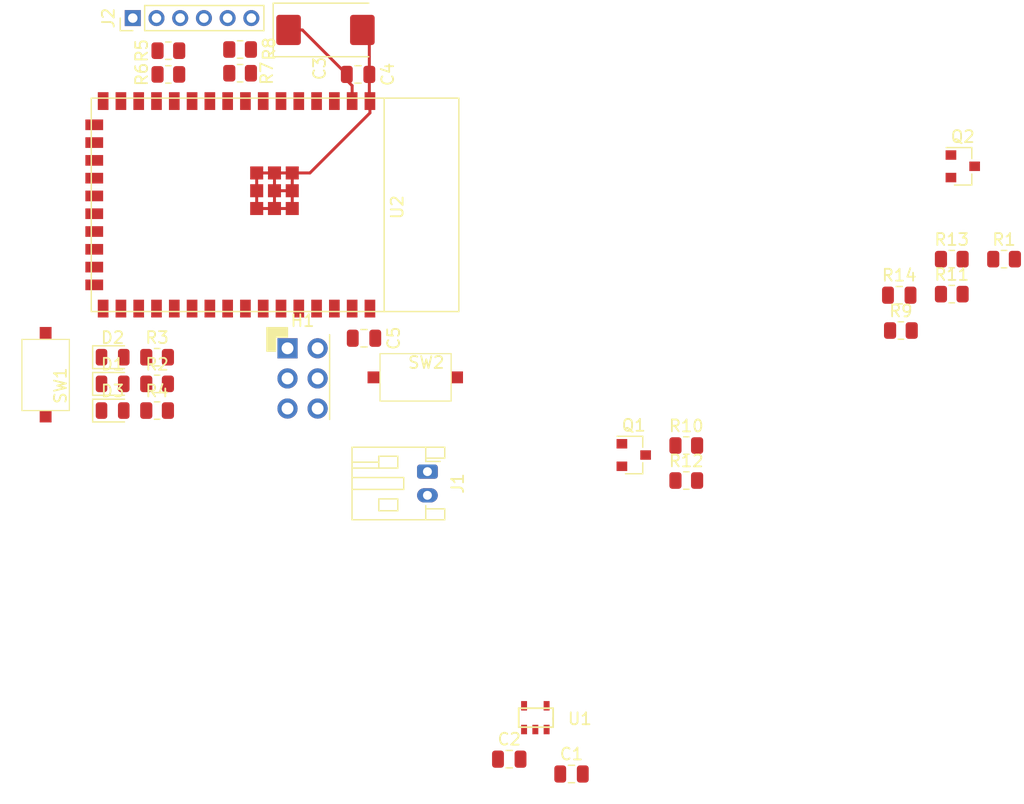
<source format=kicad_pcb>
(kicad_pcb (version 20171130) (host pcbnew 5.1.8+dfsg1-1+b1)

  (general
    (thickness 1.6)
    (drawings 0)
    (tracks 24)
    (zones 0)
    (modules 31)
    (nets 50)
  )

  (page A4)
  (layers
    (0 F.Cu signal)
    (31 B.Cu signal)
    (32 B.Adhes user)
    (33 F.Adhes user)
    (34 B.Paste user)
    (35 F.Paste user)
    (36 B.SilkS user)
    (37 F.SilkS user)
    (38 B.Mask user)
    (39 F.Mask user)
    (40 Dwgs.User user)
    (41 Cmts.User user)
    (42 Eco1.User user)
    (43 Eco2.User user)
    (44 Edge.Cuts user)
    (45 Margin user)
    (46 B.CrtYd user)
    (47 F.CrtYd user)
    (48 B.Fab user)
    (49 F.Fab user)
  )

  (setup
    (last_trace_width 0.25)
    (trace_clearance 0.2)
    (zone_clearance 0.508)
    (zone_45_only no)
    (trace_min 0.2)
    (via_size 0.8)
    (via_drill 0.4)
    (via_min_size 0.4)
    (via_min_drill 0.3)
    (uvia_size 0.3)
    (uvia_drill 0.1)
    (uvias_allowed no)
    (uvia_min_size 0.2)
    (uvia_min_drill 0.1)
    (edge_width 0.05)
    (segment_width 0.2)
    (pcb_text_width 0.3)
    (pcb_text_size 1.5 1.5)
    (mod_edge_width 0.12)
    (mod_text_size 1 1)
    (mod_text_width 0.15)
    (pad_size 1.524 1.524)
    (pad_drill 0.762)
    (pad_to_mask_clearance 0)
    (aux_axis_origin 0 0)
    (visible_elements FFFFFF7F)
    (pcbplotparams
      (layerselection 0x010fc_ffffffff)
      (usegerberextensions false)
      (usegerberattributes true)
      (usegerberadvancedattributes true)
      (creategerberjobfile true)
      (excludeedgelayer true)
      (linewidth 0.100000)
      (plotframeref false)
      (viasonmask false)
      (mode 1)
      (useauxorigin false)
      (hpglpennumber 1)
      (hpglpenspeed 20)
      (hpglpendiameter 15.000000)
      (psnegative false)
      (psa4output false)
      (plotreference true)
      (plotvalue true)
      (plotinvisibletext false)
      (padsonsilk false)
      (subtractmaskfromsilk false)
      (outputformat 1)
      (mirror false)
      (drillshape 1)
      (scaleselection 1)
      (outputdirectory ""))
  )

  (net 0 "")
  (net 1 GND)
  (net 2 BATT)
  (net 3 VCC)
  (net 4 "Net-(D1-Pad1)")
  (net 5 "Net-(D2-Pad1)")
  (net 6 "Net-(D3-Pad1)")
  (net 7 IO0)
  (net 8 /TX)
  (net 9 /RX)
  (net 10 HALL4)
  (net 11 HALL1)
  (net 12 HALL2)
  (net 13 HALL3)
  (net 14 "Net-(Q1-Pad3)")
  (net 15 "Net-(Q2-Pad3)")
  (net 16 "Net-(Q2-Pad1)")
  (net 17 "Net-(R1-Pad2)")
  (net 18 "Net-(R9-Pad1)")
  (net 19 ENABLE_ADC)
  (net 20 ADC_BATT)
  (net 21 "Net-(U1-Pad4)")
  (net 22 "Net-(U2-Pad4)")
  (net 23 "Net-(U2-Pad12)")
  (net 24 "Net-(U2-Pad14)")
  (net 25 "Net-(U2-Pad13)")
  (net 26 "Net-(U2-Pad16)")
  (net 27 "Net-(U2-Pad15)")
  (net 28 "Net-(U2-Pad17)")
  (net 29 "Net-(U2-Pad18)")
  (net 30 "Net-(U2-Pad20)")
  (net 31 "Net-(U2-Pad19)")
  (net 32 "Net-(U2-Pad22)")
  (net 33 "Net-(U2-Pad24)")
  (net 34 "Net-(U2-Pad23)")
  (net 35 "Net-(U2-Pad25)")
  (net 36 "Net-(U2-Pad40)")
  (net 37 "Net-(U2-Pad39)")
  (net 38 "Net-(U2-Pad35)")
  (net 39 "Net-(U2-Pad33)")
  (net 40 "Net-(U2-Pad36)")
  (net 41 "Net-(U2-Pad32)")
  (net 42 "Net-(U2-Pad34)")
  (net 43 "Net-(U2-Pad30)")
  (net 44 "Net-(U2-Pad31)")
  (net 45 "Net-(Q1-Pad1)")
  (net 46 /EN)
  (net 47 /Blue)
  (net 48 /Red)
  (net 49 /Green)

  (net_class Default "This is the default net class."
    (clearance 0.2)
    (trace_width 0.25)
    (via_dia 0.8)
    (via_drill 0.4)
    (uvia_dia 0.3)
    (uvia_drill 0.1)
    (add_net /Blue)
    (add_net /EN)
    (add_net /Green)
    (add_net /RX)
    (add_net /Red)
    (add_net /TX)
    (add_net ADC_BATT)
    (add_net BATT)
    (add_net ENABLE_ADC)
    (add_net GND)
    (add_net HALL1)
    (add_net HALL2)
    (add_net HALL3)
    (add_net HALL4)
    (add_net IO0)
    (add_net "Net-(D1-Pad1)")
    (add_net "Net-(D2-Pad1)")
    (add_net "Net-(D3-Pad1)")
    (add_net "Net-(Q1-Pad1)")
    (add_net "Net-(Q1-Pad3)")
    (add_net "Net-(Q2-Pad1)")
    (add_net "Net-(Q2-Pad3)")
    (add_net "Net-(R1-Pad2)")
    (add_net "Net-(R9-Pad1)")
    (add_net "Net-(U1-Pad4)")
    (add_net "Net-(U2-Pad12)")
    (add_net "Net-(U2-Pad13)")
    (add_net "Net-(U2-Pad14)")
    (add_net "Net-(U2-Pad15)")
    (add_net "Net-(U2-Pad16)")
    (add_net "Net-(U2-Pad17)")
    (add_net "Net-(U2-Pad18)")
    (add_net "Net-(U2-Pad19)")
    (add_net "Net-(U2-Pad20)")
    (add_net "Net-(U2-Pad22)")
    (add_net "Net-(U2-Pad23)")
    (add_net "Net-(U2-Pad24)")
    (add_net "Net-(U2-Pad25)")
    (add_net "Net-(U2-Pad30)")
    (add_net "Net-(U2-Pad31)")
    (add_net "Net-(U2-Pad32)")
    (add_net "Net-(U2-Pad33)")
    (add_net "Net-(U2-Pad34)")
    (add_net "Net-(U2-Pad35)")
    (add_net "Net-(U2-Pad36)")
    (add_net "Net-(U2-Pad39)")
    (add_net "Net-(U2-Pad4)")
    (add_net "Net-(U2-Pad40)")
    (add_net VCC)
  )

  (module Resistor_SMD:R_0805_2012Metric (layer F.Cu) (tedit 5F68FEEE) (tstamp 5FF793F2)
    (at 144.43 98.75)
    (descr "Resistor SMD 0805 (2012 Metric), square (rectangular) end terminal, IPC_7351 nominal, (Body size source: IPC-SM-782 page 72, https://www.pcb-3d.com/wordpress/wp-content/uploads/ipc-sm-782a_amendment_1_and_2.pdf), generated with kicad-footprint-generator")
    (tags resistor)
    (path /5FF8CA20)
    (attr smd)
    (fp_text reference R12 (at 0 -1.65) (layer F.SilkS)
      (effects (font (size 1 1) (thickness 0.15)))
    )
    (fp_text value 10k (at 0 1.65) (layer F.Fab)
      (effects (font (size 1 1) (thickness 0.15)))
    )
    (fp_text user %R (at 0 0) (layer F.Fab)
      (effects (font (size 0.5 0.5) (thickness 0.08)))
    )
    (fp_line (start -1 0.625) (end -1 -0.625) (layer F.Fab) (width 0.1))
    (fp_line (start -1 -0.625) (end 1 -0.625) (layer F.Fab) (width 0.1))
    (fp_line (start 1 -0.625) (end 1 0.625) (layer F.Fab) (width 0.1))
    (fp_line (start 1 0.625) (end -1 0.625) (layer F.Fab) (width 0.1))
    (fp_line (start -0.227064 -0.735) (end 0.227064 -0.735) (layer F.SilkS) (width 0.12))
    (fp_line (start -0.227064 0.735) (end 0.227064 0.735) (layer F.SilkS) (width 0.12))
    (fp_line (start -1.68 0.95) (end -1.68 -0.95) (layer F.CrtYd) (width 0.05))
    (fp_line (start -1.68 -0.95) (end 1.68 -0.95) (layer F.CrtYd) (width 0.05))
    (fp_line (start 1.68 -0.95) (end 1.68 0.95) (layer F.CrtYd) (width 0.05))
    (fp_line (start 1.68 0.95) (end -1.68 0.95) (layer F.CrtYd) (width 0.05))
    (pad 2 smd roundrect (at 0.9125 0) (size 1.025 1.4) (layers F.Cu F.Paste F.Mask) (roundrect_rratio 0.243902)
      (net 20 ADC_BATT))
    (pad 1 smd roundrect (at -0.9125 0) (size 1.025 1.4) (layers F.Cu F.Paste F.Mask) (roundrect_rratio 0.243902)
      (net 15 "Net-(Q2-Pad3)"))
    (model ${KISYS3DMOD}/Resistor_SMD.3dshapes/R_0805_2012Metric.wrl
      (at (xyz 0 0 0))
      (scale (xyz 1 1 1))
      (rotate (xyz 0 0 0))
    )
  )

  (module Resistor_SMD:R_0805_2012Metric (layer F.Cu) (tedit 5F68FEEE) (tstamp 5FF793C1)
    (at 144.43 95.8)
    (descr "Resistor SMD 0805 (2012 Metric), square (rectangular) end terminal, IPC_7351 nominal, (Body size source: IPC-SM-782 page 72, https://www.pcb-3d.com/wordpress/wp-content/uploads/ipc-sm-782a_amendment_1_and_2.pdf), generated with kicad-footprint-generator")
    (tags resistor)
    (path /5FF8BCD7)
    (attr smd)
    (fp_text reference R10 (at 0 -1.65) (layer F.SilkS)
      (effects (font (size 1 1) (thickness 0.15)))
    )
    (fp_text value 1k1 (at 0 1.65) (layer F.Fab)
      (effects (font (size 1 1) (thickness 0.15)))
    )
    (fp_text user %R (at 0 0) (layer F.Fab)
      (effects (font (size 0.5 0.5) (thickness 0.08)))
    )
    (fp_line (start -1 0.625) (end -1 -0.625) (layer F.Fab) (width 0.1))
    (fp_line (start -1 -0.625) (end 1 -0.625) (layer F.Fab) (width 0.1))
    (fp_line (start 1 -0.625) (end 1 0.625) (layer F.Fab) (width 0.1))
    (fp_line (start 1 0.625) (end -1 0.625) (layer F.Fab) (width 0.1))
    (fp_line (start -0.227064 -0.735) (end 0.227064 -0.735) (layer F.SilkS) (width 0.12))
    (fp_line (start -0.227064 0.735) (end 0.227064 0.735) (layer F.SilkS) (width 0.12))
    (fp_line (start -1.68 0.95) (end -1.68 -0.95) (layer F.CrtYd) (width 0.05))
    (fp_line (start -1.68 -0.95) (end 1.68 -0.95) (layer F.CrtYd) (width 0.05))
    (fp_line (start 1.68 -0.95) (end 1.68 0.95) (layer F.CrtYd) (width 0.05))
    (fp_line (start 1.68 0.95) (end -1.68 0.95) (layer F.CrtYd) (width 0.05))
    (pad 2 smd roundrect (at 0.9125 0) (size 1.025 1.4) (layers F.Cu F.Paste F.Mask) (roundrect_rratio 0.243902)
      (net 19 ENABLE_ADC))
    (pad 1 smd roundrect (at -0.9125 0) (size 1.025 1.4) (layers F.Cu F.Paste F.Mask) (roundrect_rratio 0.243902)
      (net 45 "Net-(Q1-Pad1)"))
    (model ${KISYS3DMOD}/Resistor_SMD.3dshapes/R_0805_2012Metric.wrl
      (at (xyz 0 0 0))
      (scale (xyz 1 1 1))
      (rotate (xyz 0 0 0))
    )
  )

  (module Package_TO_SOT_SMD:SOT-23 (layer F.Cu) (tedit 5A02FF57) (tstamp 5FF79268)
    (at 140 96.6)
    (descr "SOT-23, Standard")
    (tags SOT-23)
    (path /5FF9AA50)
    (attr smd)
    (fp_text reference Q1 (at 0 -2.5) (layer F.SilkS)
      (effects (font (size 1 1) (thickness 0.15)))
    )
    (fp_text value BC817 (at 0 2.5) (layer F.Fab)
      (effects (font (size 1 1) (thickness 0.15)))
    )
    (fp_text user %R (at 0 0 90) (layer F.Fab)
      (effects (font (size 0.5 0.5) (thickness 0.075)))
    )
    (fp_line (start -0.7 -0.95) (end -0.7 1.5) (layer F.Fab) (width 0.1))
    (fp_line (start -0.15 -1.52) (end 0.7 -1.52) (layer F.Fab) (width 0.1))
    (fp_line (start -0.7 -0.95) (end -0.15 -1.52) (layer F.Fab) (width 0.1))
    (fp_line (start 0.7 -1.52) (end 0.7 1.52) (layer F.Fab) (width 0.1))
    (fp_line (start -0.7 1.52) (end 0.7 1.52) (layer F.Fab) (width 0.1))
    (fp_line (start 0.76 1.58) (end 0.76 0.65) (layer F.SilkS) (width 0.12))
    (fp_line (start 0.76 -1.58) (end 0.76 -0.65) (layer F.SilkS) (width 0.12))
    (fp_line (start -1.7 -1.75) (end 1.7 -1.75) (layer F.CrtYd) (width 0.05))
    (fp_line (start 1.7 -1.75) (end 1.7 1.75) (layer F.CrtYd) (width 0.05))
    (fp_line (start 1.7 1.75) (end -1.7 1.75) (layer F.CrtYd) (width 0.05))
    (fp_line (start -1.7 1.75) (end -1.7 -1.75) (layer F.CrtYd) (width 0.05))
    (fp_line (start 0.76 -1.58) (end -1.4 -1.58) (layer F.SilkS) (width 0.12))
    (fp_line (start 0.76 1.58) (end -0.7 1.58) (layer F.SilkS) (width 0.12))
    (pad 3 smd rect (at 1 0) (size 0.9 0.8) (layers F.Cu F.Paste F.Mask)
      (net 14 "Net-(Q1-Pad3)"))
    (pad 2 smd rect (at -1 0.95) (size 0.9 0.8) (layers F.Cu F.Paste F.Mask)
      (net 1 GND))
    (pad 1 smd rect (at -1 -0.95) (size 0.9 0.8) (layers F.Cu F.Paste F.Mask)
      (net 45 "Net-(Q1-Pad1)"))
    (model ${KISYS3DMOD}/Package_TO_SOT_SMD.3dshapes/SOT-23.wrl
      (at (xyz 0 0 0))
      (scale (xyz 1 1 1))
      (rotate (xyz 0 0 0))
    )
  )

  (module esp32s2:ESP32-S2-WROOM (layer F.Cu) (tedit 5E6C6970) (tstamp 5FF7CD02)
    (at 125.25 66.5 270)
    (path /5FF222D3)
    (fp_text reference U2 (at 9.2 5.2 90) (layer F.SilkS)
      (effects (font (size 1 1) (thickness 0.15)))
    )
    (fp_text value ESP32-S2-WROOM (at 9.2 4.2 90) (layer F.Fab)
      (effects (font (size 1 1) (thickness 0.15)))
    )
    (fp_line (start 0 6.3) (end 18 6.3) (layer F.SilkS) (width 0.12))
    (fp_line (start 0 31) (end 0 0) (layer F.SilkS) (width 0.12))
    (fp_line (start 18 31) (end 0 31) (layer F.SilkS) (width 0.12))
    (fp_line (start 18 0) (end 18 31) (layer F.SilkS) (width 0.12))
    (fp_line (start 0 0) (end 18 0) (layer F.SilkS) (width 0.12))
    (pad 1 smd rect (at 0.25 7.5 270) (size 1.5 0.9) (layers F.Cu F.Paste F.Mask)
      (net 1 GND))
    (pad 2 smd rect (at 0.25 9 270) (size 1.5 0.9) (layers F.Cu F.Paste F.Mask)
      (net 3 VCC))
    (pad 4 smd rect (at 0.25 12 270) (size 1.5 0.9) (layers F.Cu F.Paste F.Mask)
      (net 22 "Net-(U2-Pad4)"))
    (pad 3 smd rect (at 0.25 10.5 270) (size 1.5 0.9) (layers F.Cu F.Paste F.Mask)
      (net 7 IO0))
    (pad 6 smd rect (at 0.25 15 270) (size 1.5 0.9) (layers F.Cu F.Paste F.Mask)
      (net 18 "Net-(R9-Pad1)"))
    (pad 5 smd rect (at 0.25 13.5 270) (size 1.5 0.9) (layers F.Cu F.Paste F.Mask)
      (net 19 ENABLE_ADC))
    (pad 8 smd rect (at 0.25 18 270) (size 1.5 0.9) (layers F.Cu F.Paste F.Mask)
      (net 12 HALL2))
    (pad 7 smd rect (at 0.25 16.5 270) (size 1.5 0.9) (layers F.Cu F.Paste F.Mask)
      (net 11 HALL1))
    (pad 10 smd rect (at 0.25 21 270) (size 1.5 0.9) (layers F.Cu F.Paste F.Mask)
      (net 10 HALL4))
    (pad 9 smd rect (at 0.25 19.5 270) (size 1.5 0.9) (layers F.Cu F.Paste F.Mask)
      (net 13 HALL3))
    (pad 12 smd rect (at 0.25 24 270) (size 1.5 0.9) (layers F.Cu F.Paste F.Mask)
      (net 23 "Net-(U2-Pad12)"))
    (pad 11 smd rect (at 0.25 22.5 270) (size 1.5 0.9) (layers F.Cu F.Paste F.Mask)
      (net 20 ADC_BATT))
    (pad 14 smd rect (at 0.25 27 270) (size 1.5 0.9) (layers F.Cu F.Paste F.Mask)
      (net 24 "Net-(U2-Pad14)"))
    (pad 13 smd rect (at 0.25 25.5 270) (size 1.5 0.9) (layers F.Cu F.Paste F.Mask)
      (net 25 "Net-(U2-Pad13)"))
    (pad 16 smd rect (at 0.25 30 270) (size 1.5 0.9) (layers F.Cu F.Paste F.Mask)
      (net 26 "Net-(U2-Pad16)"))
    (pad 15 smd rect (at 0.25 28.5 270) (size 1.5 0.9) (layers F.Cu F.Paste F.Mask)
      (net 27 "Net-(U2-Pad15)"))
    (pad 17 smd rect (at 2.25 30.75) (size 1.5 0.9) (layers F.Cu F.Paste F.Mask)
      (net 28 "Net-(U2-Pad17)"))
    (pad 18 smd rect (at 3.75 30.75) (size 1.5 0.9) (layers F.Cu F.Paste F.Mask)
      (net 29 "Net-(U2-Pad18)"))
    (pad 20 smd rect (at 6.75 30.75) (size 1.5 0.9) (layers F.Cu F.Paste F.Mask)
      (net 30 "Net-(U2-Pad20)"))
    (pad 19 smd rect (at 5.25 30.75) (size 1.5 0.9) (layers F.Cu F.Paste F.Mask)
      (net 31 "Net-(U2-Pad19)"))
    (pad 22 smd rect (at 9.75 30.75) (size 1.5 0.9) (layers F.Cu F.Paste F.Mask)
      (net 32 "Net-(U2-Pad22)"))
    (pad 21 smd rect (at 8.25 30.75) (size 1.5 0.9) (layers F.Cu F.Paste F.Mask)
      (net 17 "Net-(R1-Pad2)"))
    (pad 24 smd rect (at 12.75 30.75) (size 1.5 0.9) (layers F.Cu F.Paste F.Mask)
      (net 33 "Net-(U2-Pad24)"))
    (pad 23 smd rect (at 11.25 30.75) (size 1.5 0.9) (layers F.Cu F.Paste F.Mask)
      (net 34 "Net-(U2-Pad23)"))
    (pad 26 smd rect (at 15.75 30.75) (size 1.5 0.9) (layers F.Cu F.Paste F.Mask)
      (net 1 GND))
    (pad 25 smd rect (at 14.25 30.75) (size 1.5 0.9) (layers F.Cu F.Paste F.Mask)
      (net 35 "Net-(U2-Pad25)"))
    (pad 40 smd rect (at 17.75 10.5 270) (size 1.5 0.9) (layers F.Cu F.Paste F.Mask)
      (net 36 "Net-(U2-Pad40)"))
    (pad 39 smd rect (at 17.75 12 270) (size 1.5 0.9) (layers F.Cu F.Paste F.Mask)
      (net 37 "Net-(U2-Pad39)"))
    (pad 35 smd rect (at 17.75 18 270) (size 1.5 0.9) (layers F.Cu F.Paste F.Mask)
      (net 38 "Net-(U2-Pad35)"))
    (pad 33 smd rect (at 17.75 21 270) (size 1.5 0.9) (layers F.Cu F.Paste F.Mask)
      (net 39 "Net-(U2-Pad33)"))
    (pad 36 smd rect (at 17.75 16.5 270) (size 1.5 0.9) (layers F.Cu F.Paste F.Mask)
      (net 40 "Net-(U2-Pad36)"))
    (pad 38 smd rect (at 17.75 13.5 270) (size 1.5 0.9) (layers F.Cu F.Paste F.Mask)
      (net 9 /RX))
    (pad 29 smd rect (at 17.75 27 270) (size 1.5 0.9) (layers F.Cu F.Paste F.Mask)
      (net 49 /Green))
    (pad 37 smd rect (at 17.75 15 270) (size 1.5 0.9) (layers F.Cu F.Paste F.Mask)
      (net 8 /TX))
    (pad 32 smd rect (at 17.75 22.5 270) (size 1.5 0.9) (layers F.Cu F.Paste F.Mask)
      (net 41 "Net-(U2-Pad32)"))
    (pad 28 smd rect (at 17.75 28.5 270) (size 1.5 0.9) (layers F.Cu F.Paste F.Mask)
      (net 48 /Red))
    (pad 34 smd rect (at 17.75 19.5 270) (size 1.5 0.9) (layers F.Cu F.Paste F.Mask)
      (net 42 "Net-(U2-Pad34)"))
    (pad 30 smd rect (at 17.75 25.5 270) (size 1.5 0.9) (layers F.Cu F.Paste F.Mask)
      (net 43 "Net-(U2-Pad30)"))
    (pad 41 smd rect (at 17.75 9 270) (size 1.5 0.9) (layers F.Cu F.Paste F.Mask)
      (net 46 /EN))
    (pad 27 smd rect (at 17.75 30 270) (size 1.5 0.9) (layers F.Cu F.Paste F.Mask)
      (net 47 /Blue))
    (pad 42 smd rect (at 17.75 7.5 270) (size 1.5 0.9) (layers F.Cu F.Paste F.Mask)
      (net 1 GND))
    (pad 31 smd rect (at 17.75 24 270) (size 1.5 0.9) (layers F.Cu F.Paste F.Mask)
      (net 44 "Net-(U2-Pad31)"))
    (pad 43 smd rect (at 7.81 15.55 270) (size 1.1 1.1) (layers F.Cu F.Paste F.Mask)
      (net 1 GND))
    (pad 43 smd rect (at 7.81 14.05 270) (size 1.1 1.1) (layers F.Cu F.Paste F.Mask)
      (net 1 GND))
    (pad 43 smd rect (at 7.81 17.05 270) (size 1.1 1.1) (layers F.Cu F.Paste F.Mask)
      (net 1 GND))
    (pad 43 smd rect (at 9.31 17.05 270) (size 1.1 1.1) (layers F.Cu F.Paste F.Mask)
      (net 1 GND))
    (pad 43 smd rect (at 9.31 15.55 270) (size 1.1 1.1) (layers F.Cu F.Paste F.Mask)
      (net 1 GND))
    (pad 43 smd rect (at 9.31 14.05 270) (size 1.1 1.1) (layers F.Cu F.Paste F.Mask)
      (net 1 GND))
    (pad 43 smd rect (at 6.31 17.05 270) (size 1.1 1.1) (layers F.Cu F.Paste F.Mask)
      (net 1 GND))
    (pad 43 smd rect (at 6.31 15.55 270) (size 1.1 1.1) (layers F.Cu F.Paste F.Mask)
      (net 1 GND))
    (pad 43 smd rect (at 6.31 14.05 270) (size 1.1 1.1) (layers F.Cu F.Paste F.Mask)
      (net 1 GND))
  )

  (module xc622:XC6220 (layer F.Cu) (tedit 5F19CD66) (tstamp 5FF7CCC6)
    (at 131.75 118.75)
    (path /5FF21AAD)
    (fp_text reference U1 (at 3.7 0.1) (layer F.SilkS)
      (effects (font (size 1 1) (thickness 0.15)))
    )
    (fp_text value XC6220 (at 0.1 -0.15) (layer F.Fab) hide
      (effects (font (size 1 1) (thickness 0.03)))
    )
    (fp_line (start 1.45 -0.8) (end 1.45 0.15) (layer F.SilkS) (width 0.15))
    (fp_line (start -1.45 -0.8) (end 1.45 -0.8) (layer F.SilkS) (width 0.15))
    (fp_line (start -1.45 0.8) (end -1.45 -0.8) (layer F.SilkS) (width 0.15))
    (fp_line (start 1.45 0.8) (end -1.45 0.8) (layer F.SilkS) (width 0.15))
    (fp_line (start 1.45 0) (end 1.45 0.8) (layer F.SilkS) (width 0.15))
    (pad 1 smd rect (at -1 1) (size 0.5 0.8) (layers F.Cu F.Paste F.Mask)
      (net 2 BATT))
    (pad 2 smd rect (at -0.05 1) (size 0.5 0.8) (layers F.Cu F.Paste F.Mask)
      (net 1 GND))
    (pad 3 smd rect (at 0.9 1) (size 0.5 0.8) (layers F.Cu F.Paste F.Mask)
      (net 2 BATT))
    (pad 4 smd rect (at 0.9 -1) (size 0.5 0.8) (layers F.Cu F.Paste F.Mask)
      (net 21 "Net-(U1-Pad4)"))
    (pad 5 smd rect (at -1 -1) (size 0.5 0.8) (layers F.Cu F.Paste F.Mask)
      (net 3 VCC))
  )

  (module SMDButton:SMD_Button (layer F.Cu) (tedit 5F2D5AE8) (tstamp 5FF7CCB8)
    (at 121.75 90.25)
    (path /5FFB8B77)
    (fp_text reference SW2 (at 0.75 -1.45) (layer F.SilkS)
      (effects (font (size 1 1) (thickness 0.15)))
    )
    (fp_text value RST (at -0.15 2.8) (layer F.Fab)
      (effects (font (size 1 1) (thickness 0.15)))
    )
    (fp_line (start -3.15 -2.2) (end -3.15 1.8) (layer F.SilkS) (width 0.1))
    (fp_line (start -3.15 1.8) (end 2.85 1.8) (layer F.SilkS) (width 0.1))
    (fp_line (start 2.85 1.8) (end 2.85 -2.2) (layer F.SilkS) (width 0.1))
    (fp_line (start 2.85 -2.2) (end -3.15 -2.2) (layer F.SilkS) (width 0.1))
    (pad 2 smd rect (at -3.7 -0.2) (size 1 1) (layers F.Cu F.Paste F.Mask)
      (net 46 /EN))
    (pad 1 smd rect (at 3.35 -0.2) (size 1 1) (layers F.Cu F.Paste F.Mask)
      (net 1 GND))
  )

  (module SMDButton:SMD_Button (layer F.Cu) (tedit 5F2D5AE8) (tstamp 5FF7CCAE)
    (at 90.2 90 270)
    (path /5FF79AF1)
    (fp_text reference SW1 (at 0.75 -1.45 90) (layer F.SilkS)
      (effects (font (size 1 1) (thickness 0.15)))
    )
    (fp_text value WIFI-Config (at -0.15 2.8 90) (layer F.Fab)
      (effects (font (size 1 1) (thickness 0.15)))
    )
    (fp_line (start -3.15 -2.2) (end -3.15 1.8) (layer F.SilkS) (width 0.1))
    (fp_line (start -3.15 1.8) (end 2.85 1.8) (layer F.SilkS) (width 0.1))
    (fp_line (start 2.85 1.8) (end 2.85 -2.2) (layer F.SilkS) (width 0.1))
    (fp_line (start 2.85 -2.2) (end -3.15 -2.2) (layer F.SilkS) (width 0.1))
    (pad 2 smd rect (at -3.7 -0.2 270) (size 1 1) (layers F.Cu F.Paste F.Mask)
      (net 18 "Net-(R9-Pad1)"))
    (pad 1 smd rect (at 3.35 -0.2 270) (size 1 1) (layers F.Cu F.Paste F.Mask)
      (net 1 GND))
  )

  (module Capacitor_SMD:C_0805_2012Metric (layer F.Cu) (tedit 5F68FEEE) (tstamp 5FF7CC82)
    (at 162.39 83.12)
    (descr "Capacitor SMD 0805 (2012 Metric), square (rectangular) end terminal, IPC_7351 nominal, (Body size source: IPC-SM-782 page 76, https://www.pcb-3d.com/wordpress/wp-content/uploads/ipc-sm-782a_amendment_1_and_2.pdf, https://docs.google.com/spreadsheets/d/1BsfQQcO9C6DZCsRaXUlFlo91Tg2WpOkGARC1WS5S8t0/edit?usp=sharing), generated with kicad-footprint-generator")
    (tags capacitor)
    (path /5FFAB348)
    (attr smd)
    (fp_text reference R14 (at 0 -1.68) (layer F.SilkS)
      (effects (font (size 1 1) (thickness 0.15)))
    )
    (fp_text value 10k (at 0 1.68) (layer F.Fab)
      (effects (font (size 1 1) (thickness 0.15)))
    )
    (fp_line (start -1 0.625) (end -1 -0.625) (layer F.Fab) (width 0.1))
    (fp_line (start -1 -0.625) (end 1 -0.625) (layer F.Fab) (width 0.1))
    (fp_line (start 1 -0.625) (end 1 0.625) (layer F.Fab) (width 0.1))
    (fp_line (start 1 0.625) (end -1 0.625) (layer F.Fab) (width 0.1))
    (fp_line (start -0.261252 -0.735) (end 0.261252 -0.735) (layer F.SilkS) (width 0.12))
    (fp_line (start -0.261252 0.735) (end 0.261252 0.735) (layer F.SilkS) (width 0.12))
    (fp_line (start -1.7 0.98) (end -1.7 -0.98) (layer F.CrtYd) (width 0.05))
    (fp_line (start -1.7 -0.98) (end 1.7 -0.98) (layer F.CrtYd) (width 0.05))
    (fp_line (start 1.7 -0.98) (end 1.7 0.98) (layer F.CrtYd) (width 0.05))
    (fp_line (start 1.7 0.98) (end -1.7 0.98) (layer F.CrtYd) (width 0.05))
    (fp_text user %R (at 0 0) (layer F.Fab)
      (effects (font (size 0.5 0.5) (thickness 0.08)))
    )
    (pad 2 smd roundrect (at 0.95 0) (size 1 1.45) (layers F.Cu F.Paste F.Mask) (roundrect_rratio 0.25)
      (net 46 /EN))
    (pad 1 smd roundrect (at -0.95 0) (size 1 1.45) (layers F.Cu F.Paste F.Mask) (roundrect_rratio 0.25)
      (net 3 VCC))
    (model ${KISYS3DMOD}/Capacitor_SMD.3dshapes/C_0805_2012Metric.wrl
      (at (xyz 0 0 0))
      (scale (xyz 1 1 1))
      (rotate (xyz 0 0 0))
    )
  )

  (module Resistor_SMD:R_0805_2012Metric (layer F.Cu) (tedit 5F68FEEE) (tstamp 5FF7CC71)
    (at 166.82 80.08)
    (descr "Resistor SMD 0805 (2012 Metric), square (rectangular) end terminal, IPC_7351 nominal, (Body size source: IPC-SM-782 page 72, https://www.pcb-3d.com/wordpress/wp-content/uploads/ipc-sm-782a_amendment_1_and_2.pdf), generated with kicad-footprint-generator")
    (tags resistor)
    (path /5FF8CC2C)
    (attr smd)
    (fp_text reference R13 (at 0 -1.65) (layer F.SilkS)
      (effects (font (size 1 1) (thickness 0.15)))
    )
    (fp_text value 10k (at 0 1.65) (layer F.Fab)
      (effects (font (size 1 1) (thickness 0.15)))
    )
    (fp_line (start -1 0.625) (end -1 -0.625) (layer F.Fab) (width 0.1))
    (fp_line (start -1 -0.625) (end 1 -0.625) (layer F.Fab) (width 0.1))
    (fp_line (start 1 -0.625) (end 1 0.625) (layer F.Fab) (width 0.1))
    (fp_line (start 1 0.625) (end -1 0.625) (layer F.Fab) (width 0.1))
    (fp_line (start -0.227064 -0.735) (end 0.227064 -0.735) (layer F.SilkS) (width 0.12))
    (fp_line (start -0.227064 0.735) (end 0.227064 0.735) (layer F.SilkS) (width 0.12))
    (fp_line (start -1.68 0.95) (end -1.68 -0.95) (layer F.CrtYd) (width 0.05))
    (fp_line (start -1.68 -0.95) (end 1.68 -0.95) (layer F.CrtYd) (width 0.05))
    (fp_line (start 1.68 -0.95) (end 1.68 0.95) (layer F.CrtYd) (width 0.05))
    (fp_line (start 1.68 0.95) (end -1.68 0.95) (layer F.CrtYd) (width 0.05))
    (fp_text user %R (at 0 0) (layer F.Fab)
      (effects (font (size 0.5 0.5) (thickness 0.08)))
    )
    (pad 2 smd roundrect (at 0.9125 0) (size 1.025 1.4) (layers F.Cu F.Paste F.Mask) (roundrect_rratio 0.243902)
      (net 1 GND))
    (pad 1 smd roundrect (at -0.9125 0) (size 1.025 1.4) (layers F.Cu F.Paste F.Mask) (roundrect_rratio 0.243902)
      (net 20 ADC_BATT))
    (model ${KISYS3DMOD}/Resistor_SMD.3dshapes/R_0805_2012Metric.wrl
      (at (xyz 0 0 0))
      (scale (xyz 1 1 1))
      (rotate (xyz 0 0 0))
    )
  )

  (module Resistor_SMD:R_0805_2012Metric (layer F.Cu) (tedit 5F68FEEE) (tstamp 5FF7CC4F)
    (at 166.82 83.03)
    (descr "Resistor SMD 0805 (2012 Metric), square (rectangular) end terminal, IPC_7351 nominal, (Body size source: IPC-SM-782 page 72, https://www.pcb-3d.com/wordpress/wp-content/uploads/ipc-sm-782a_amendment_1_and_2.pdf), generated with kicad-footprint-generator")
    (tags resistor)
    (path /5FF8B7B4)
    (attr smd)
    (fp_text reference R11 (at 0 -1.65) (layer F.SilkS)
      (effects (font (size 1 1) (thickness 0.15)))
    )
    (fp_text value 1k1 (at 0 1.65) (layer F.Fab) hide
      (effects (font (size 1 1) (thickness 0.15)))
    )
    (fp_line (start -1 0.625) (end -1 -0.625) (layer F.Fab) (width 0.1))
    (fp_line (start -1 -0.625) (end 1 -0.625) (layer F.Fab) (width 0.1))
    (fp_line (start 1 -0.625) (end 1 0.625) (layer F.Fab) (width 0.1))
    (fp_line (start 1 0.625) (end -1 0.625) (layer F.Fab) (width 0.1))
    (fp_line (start -0.227064 -0.735) (end 0.227064 -0.735) (layer F.SilkS) (width 0.12))
    (fp_line (start -0.227064 0.735) (end 0.227064 0.735) (layer F.SilkS) (width 0.12))
    (fp_line (start -1.68 0.95) (end -1.68 -0.95) (layer F.CrtYd) (width 0.05))
    (fp_line (start -1.68 -0.95) (end 1.68 -0.95) (layer F.CrtYd) (width 0.05))
    (fp_line (start 1.68 -0.95) (end 1.68 0.95) (layer F.CrtYd) (width 0.05))
    (fp_line (start 1.68 0.95) (end -1.68 0.95) (layer F.CrtYd) (width 0.05))
    (fp_text user %R (at 0 0) (layer F.Fab)
      (effects (font (size 0.5 0.5) (thickness 0.08)))
    )
    (pad 2 smd roundrect (at 0.9125 0) (size 1.025 1.4) (layers F.Cu F.Paste F.Mask) (roundrect_rratio 0.243902)
      (net 14 "Net-(Q1-Pad3)"))
    (pad 1 smd roundrect (at -0.9125 0) (size 1.025 1.4) (layers F.Cu F.Paste F.Mask) (roundrect_rratio 0.243902)
      (net 16 "Net-(Q2-Pad1)"))
    (model ${KISYS3DMOD}/Resistor_SMD.3dshapes/R_0805_2012Metric.wrl
      (at (xyz 0 0 0))
      (scale (xyz 1 1 1))
      (rotate (xyz 0 0 0))
    )
  )

  (module Resistor_SMD:R_0805_2012Metric (layer F.Cu) (tedit 5F68FEEE) (tstamp 5FF7CC2D)
    (at 162.53 86.1)
    (descr "Resistor SMD 0805 (2012 Metric), square (rectangular) end terminal, IPC_7351 nominal, (Body size source: IPC-SM-782 page 72, https://www.pcb-3d.com/wordpress/wp-content/uploads/ipc-sm-782a_amendment_1_and_2.pdf), generated with kicad-footprint-generator")
    (tags resistor)
    (path /5FF7B7F9)
    (attr smd)
    (fp_text reference R9 (at 0 -1.65) (layer F.SilkS)
      (effects (font (size 1 1) (thickness 0.15)))
    )
    (fp_text value 10M (at 0 1.65) (layer F.Fab) hide
      (effects (font (size 1 1) (thickness 0.15)))
    )
    (fp_line (start -1 0.625) (end -1 -0.625) (layer F.Fab) (width 0.1))
    (fp_line (start -1 -0.625) (end 1 -0.625) (layer F.Fab) (width 0.1))
    (fp_line (start 1 -0.625) (end 1 0.625) (layer F.Fab) (width 0.1))
    (fp_line (start 1 0.625) (end -1 0.625) (layer F.Fab) (width 0.1))
    (fp_line (start -0.227064 -0.735) (end 0.227064 -0.735) (layer F.SilkS) (width 0.12))
    (fp_line (start -0.227064 0.735) (end 0.227064 0.735) (layer F.SilkS) (width 0.12))
    (fp_line (start -1.68 0.95) (end -1.68 -0.95) (layer F.CrtYd) (width 0.05))
    (fp_line (start -1.68 -0.95) (end 1.68 -0.95) (layer F.CrtYd) (width 0.05))
    (fp_line (start 1.68 -0.95) (end 1.68 0.95) (layer F.CrtYd) (width 0.05))
    (fp_line (start 1.68 0.95) (end -1.68 0.95) (layer F.CrtYd) (width 0.05))
    (fp_text user %R (at 0 0) (layer F.Fab)
      (effects (font (size 0.5 0.5) (thickness 0.08)))
    )
    (pad 2 smd roundrect (at 0.9125 0) (size 1.025 1.4) (layers F.Cu F.Paste F.Mask) (roundrect_rratio 0.243902)
      (net 3 VCC))
    (pad 1 smd roundrect (at -0.9125 0) (size 1.025 1.4) (layers F.Cu F.Paste F.Mask) (roundrect_rratio 0.243902)
      (net 18 "Net-(R9-Pad1)"))
    (model ${KISYS3DMOD}/Resistor_SMD.3dshapes/R_0805_2012Metric.wrl
      (at (xyz 0 0 0))
      (scale (xyz 1 1 1))
      (rotate (xyz 0 0 0))
    )
  )

  (module Resistor_SMD:R_0805_2012Metric (layer F.Cu) (tedit 5F68FEEE) (tstamp 5FF7CC1C)
    (at 106.8 62.4 180)
    (descr "Resistor SMD 0805 (2012 Metric), square (rectangular) end terminal, IPC_7351 nominal, (Body size source: IPC-SM-782 page 72, https://www.pcb-3d.com/wordpress/wp-content/uploads/ipc-sm-782a_amendment_1_and_2.pdf), generated with kicad-footprint-generator")
    (tags resistor)
    (path /5FF57C6E)
    (attr smd)
    (fp_text reference R8 (at -2.45 0.05 90) (layer F.SilkS)
      (effects (font (size 1 1) (thickness 0.15)))
    )
    (fp_text value 10M (at 0 1.65) (layer F.Fab) hide
      (effects (font (size 1 1) (thickness 0.15)))
    )
    (fp_line (start -1 0.625) (end -1 -0.625) (layer F.Fab) (width 0.1))
    (fp_line (start -1 -0.625) (end 1 -0.625) (layer F.Fab) (width 0.1))
    (fp_line (start 1 -0.625) (end 1 0.625) (layer F.Fab) (width 0.1))
    (fp_line (start 1 0.625) (end -1 0.625) (layer F.Fab) (width 0.1))
    (fp_line (start -0.227064 -0.735) (end 0.227064 -0.735) (layer F.SilkS) (width 0.12))
    (fp_line (start -0.227064 0.735) (end 0.227064 0.735) (layer F.SilkS) (width 0.12))
    (fp_line (start -1.68 0.95) (end -1.68 -0.95) (layer F.CrtYd) (width 0.05))
    (fp_line (start -1.68 -0.95) (end 1.68 -0.95) (layer F.CrtYd) (width 0.05))
    (fp_line (start 1.68 -0.95) (end 1.68 0.95) (layer F.CrtYd) (width 0.05))
    (fp_line (start 1.68 0.95) (end -1.68 0.95) (layer F.CrtYd) (width 0.05))
    (fp_text user %R (at 0 0) (layer F.Fab)
      (effects (font (size 0.5 0.5) (thickness 0.08)))
    )
    (pad 2 smd roundrect (at 0.9125 0 180) (size 1.025 1.4) (layers F.Cu F.Paste F.Mask) (roundrect_rratio 0.243902)
      (net 10 HALL4))
    (pad 1 smd roundrect (at -0.9125 0 180) (size 1.025 1.4) (layers F.Cu F.Paste F.Mask) (roundrect_rratio 0.243902)
      (net 3 VCC))
    (model ${KISYS3DMOD}/Resistor_SMD.3dshapes/R_0805_2012Metric.wrl
      (at (xyz 0 0 0))
      (scale (xyz 1 1 1))
      (rotate (xyz 0 0 0))
    )
  )

  (module Resistor_SMD:R_0805_2012Metric (layer F.Cu) (tedit 5F68FEEE) (tstamp 5FF7CC0B)
    (at 106.8 64.4 180)
    (descr "Resistor SMD 0805 (2012 Metric), square (rectangular) end terminal, IPC_7351 nominal, (Body size source: IPC-SM-782 page 72, https://www.pcb-3d.com/wordpress/wp-content/uploads/ipc-sm-782a_amendment_1_and_2.pdf), generated with kicad-footprint-generator")
    (tags resistor)
    (path /5FF59EA8)
    (attr smd)
    (fp_text reference R7 (at -2.25 0 90) (layer F.SilkS)
      (effects (font (size 1 1) (thickness 0.15)))
    )
    (fp_text value 10M (at 0 1.65) (layer F.Fab) hide
      (effects (font (size 1 1) (thickness 0.15)))
    )
    (fp_line (start -1 0.625) (end -1 -0.625) (layer F.Fab) (width 0.1))
    (fp_line (start -1 -0.625) (end 1 -0.625) (layer F.Fab) (width 0.1))
    (fp_line (start 1 -0.625) (end 1 0.625) (layer F.Fab) (width 0.1))
    (fp_line (start 1 0.625) (end -1 0.625) (layer F.Fab) (width 0.1))
    (fp_line (start -0.227064 -0.735) (end 0.227064 -0.735) (layer F.SilkS) (width 0.12))
    (fp_line (start -0.227064 0.735) (end 0.227064 0.735) (layer F.SilkS) (width 0.12))
    (fp_line (start -1.68 0.95) (end -1.68 -0.95) (layer F.CrtYd) (width 0.05))
    (fp_line (start -1.68 -0.95) (end 1.68 -0.95) (layer F.CrtYd) (width 0.05))
    (fp_line (start 1.68 -0.95) (end 1.68 0.95) (layer F.CrtYd) (width 0.05))
    (fp_line (start 1.68 0.95) (end -1.68 0.95) (layer F.CrtYd) (width 0.05))
    (fp_text user %R (at 0 0) (layer F.Fab)
      (effects (font (size 0.5 0.5) (thickness 0.08)))
    )
    (pad 2 smd roundrect (at 0.9125 0 180) (size 1.025 1.4) (layers F.Cu F.Paste F.Mask) (roundrect_rratio 0.243902)
      (net 11 HALL1))
    (pad 1 smd roundrect (at -0.9125 0 180) (size 1.025 1.4) (layers F.Cu F.Paste F.Mask) (roundrect_rratio 0.243902)
      (net 3 VCC))
    (model ${KISYS3DMOD}/Resistor_SMD.3dshapes/R_0805_2012Metric.wrl
      (at (xyz 0 0 0))
      (scale (xyz 1 1 1))
      (rotate (xyz 0 0 0))
    )
  )

  (module Resistor_SMD:R_0805_2012Metric (layer F.Cu) (tedit 5F68FEEE) (tstamp 5FF7CBFA)
    (at 100.75 64.5)
    (descr "Resistor SMD 0805 (2012 Metric), square (rectangular) end terminal, IPC_7351 nominal, (Body size source: IPC-SM-782 page 72, https://www.pcb-3d.com/wordpress/wp-content/uploads/ipc-sm-782a_amendment_1_and_2.pdf), generated with kicad-footprint-generator")
    (tags resistor)
    (path /5FF5A6D0)
    (attr smd)
    (fp_text reference R6 (at -2.25 0 90) (layer F.SilkS)
      (effects (font (size 1 1) (thickness 0.15)))
    )
    (fp_text value 10M (at 0 1.65) (layer F.Fab) hide
      (effects (font (size 1 1) (thickness 0.15)))
    )
    (fp_line (start -1 0.625) (end -1 -0.625) (layer F.Fab) (width 0.1))
    (fp_line (start -1 -0.625) (end 1 -0.625) (layer F.Fab) (width 0.1))
    (fp_line (start 1 -0.625) (end 1 0.625) (layer F.Fab) (width 0.1))
    (fp_line (start 1 0.625) (end -1 0.625) (layer F.Fab) (width 0.1))
    (fp_line (start -0.227064 -0.735) (end 0.227064 -0.735) (layer F.SilkS) (width 0.12))
    (fp_line (start -0.227064 0.735) (end 0.227064 0.735) (layer F.SilkS) (width 0.12))
    (fp_line (start -1.68 0.95) (end -1.68 -0.95) (layer F.CrtYd) (width 0.05))
    (fp_line (start -1.68 -0.95) (end 1.68 -0.95) (layer F.CrtYd) (width 0.05))
    (fp_line (start 1.68 -0.95) (end 1.68 0.95) (layer F.CrtYd) (width 0.05))
    (fp_line (start 1.68 0.95) (end -1.68 0.95) (layer F.CrtYd) (width 0.05))
    (fp_text user %R (at 0 0) (layer F.Fab)
      (effects (font (size 0.5 0.5) (thickness 0.08)))
    )
    (pad 2 smd roundrect (at 0.9125 0) (size 1.025 1.4) (layers F.Cu F.Paste F.Mask) (roundrect_rratio 0.243902)
      (net 12 HALL2))
    (pad 1 smd roundrect (at -0.9125 0) (size 1.025 1.4) (layers F.Cu F.Paste F.Mask) (roundrect_rratio 0.243902)
      (net 3 VCC))
    (model ${KISYS3DMOD}/Resistor_SMD.3dshapes/R_0805_2012Metric.wrl
      (at (xyz 0 0 0))
      (scale (xyz 1 1 1))
      (rotate (xyz 0 0 0))
    )
  )

  (module Resistor_SMD:R_0805_2012Metric (layer F.Cu) (tedit 5F68FEEE) (tstamp 5FF7E213)
    (at 100.75 62.5)
    (descr "Resistor SMD 0805 (2012 Metric), square (rectangular) end terminal, IPC_7351 nominal, (Body size source: IPC-SM-782 page 72, https://www.pcb-3d.com/wordpress/wp-content/uploads/ipc-sm-782a_amendment_1_and_2.pdf), generated with kicad-footprint-generator")
    (tags resistor)
    (path /5FF5AA7E)
    (attr smd)
    (fp_text reference R5 (at -2.25 0 90) (layer F.SilkS)
      (effects (font (size 1 1) (thickness 0.15)))
    )
    (fp_text value 10M (at 0 1.65) (layer F.Fab) hide
      (effects (font (size 1 1) (thickness 0.15)))
    )
    (fp_line (start -1 0.625) (end -1 -0.625) (layer F.Fab) (width 0.1))
    (fp_line (start -1 -0.625) (end 1 -0.625) (layer F.Fab) (width 0.1))
    (fp_line (start 1 -0.625) (end 1 0.625) (layer F.Fab) (width 0.1))
    (fp_line (start 1 0.625) (end -1 0.625) (layer F.Fab) (width 0.1))
    (fp_line (start -0.227064 -0.735) (end 0.227064 -0.735) (layer F.SilkS) (width 0.12))
    (fp_line (start -0.227064 0.735) (end 0.227064 0.735) (layer F.SilkS) (width 0.12))
    (fp_line (start -1.68 0.95) (end -1.68 -0.95) (layer F.CrtYd) (width 0.05))
    (fp_line (start -1.68 -0.95) (end 1.68 -0.95) (layer F.CrtYd) (width 0.05))
    (fp_line (start 1.68 -0.95) (end 1.68 0.95) (layer F.CrtYd) (width 0.05))
    (fp_line (start 1.68 0.95) (end -1.68 0.95) (layer F.CrtYd) (width 0.05))
    (fp_text user %R (at 0 0) (layer F.Fab)
      (effects (font (size 0.5 0.5) (thickness 0.08)))
    )
    (pad 2 smd roundrect (at 0.9125 0) (size 1.025 1.4) (layers F.Cu F.Paste F.Mask) (roundrect_rratio 0.243902)
      (net 13 HALL3))
    (pad 1 smd roundrect (at -0.9125 0) (size 1.025 1.4) (layers F.Cu F.Paste F.Mask) (roundrect_rratio 0.243902)
      (net 3 VCC))
    (model ${KISYS3DMOD}/Resistor_SMD.3dshapes/R_0805_2012Metric.wrl
      (at (xyz 0 0 0))
      (scale (xyz 1 1 1))
      (rotate (xyz 0 0 0))
    )
  )

  (module Resistor_SMD:R_0805_2012Metric (layer F.Cu) (tedit 5F68FEEE) (tstamp 5FF7CBD8)
    (at 99.8 92.85)
    (descr "Resistor SMD 0805 (2012 Metric), square (rectangular) end terminal, IPC_7351 nominal, (Body size source: IPC-SM-782 page 72, https://www.pcb-3d.com/wordpress/wp-content/uploads/ipc-sm-782a_amendment_1_and_2.pdf), generated with kicad-footprint-generator")
    (tags resistor)
    (path /5FF68DF5)
    (attr smd)
    (fp_text reference R4 (at 0 -1.65) (layer F.SilkS)
      (effects (font (size 1 1) (thickness 0.15)))
    )
    (fp_text value 100 (at 0 1.65) (layer F.Fab) hide
      (effects (font (size 1 1) (thickness 0.15)))
    )
    (fp_line (start -1 0.625) (end -1 -0.625) (layer F.Fab) (width 0.1))
    (fp_line (start -1 -0.625) (end 1 -0.625) (layer F.Fab) (width 0.1))
    (fp_line (start 1 -0.625) (end 1 0.625) (layer F.Fab) (width 0.1))
    (fp_line (start 1 0.625) (end -1 0.625) (layer F.Fab) (width 0.1))
    (fp_line (start -0.227064 -0.735) (end 0.227064 -0.735) (layer F.SilkS) (width 0.12))
    (fp_line (start -0.227064 0.735) (end 0.227064 0.735) (layer F.SilkS) (width 0.12))
    (fp_line (start -1.68 0.95) (end -1.68 -0.95) (layer F.CrtYd) (width 0.05))
    (fp_line (start -1.68 -0.95) (end 1.68 -0.95) (layer F.CrtYd) (width 0.05))
    (fp_line (start 1.68 -0.95) (end 1.68 0.95) (layer F.CrtYd) (width 0.05))
    (fp_line (start 1.68 0.95) (end -1.68 0.95) (layer F.CrtYd) (width 0.05))
    (fp_text user %R (at 0 0) (layer F.Fab)
      (effects (font (size 0.5 0.5) (thickness 0.08)))
    )
    (pad 2 smd roundrect (at 0.9125 0) (size 1.025 1.4) (layers F.Cu F.Paste F.Mask) (roundrect_rratio 0.243902)
      (net 1 GND))
    (pad 1 smd roundrect (at -0.9125 0) (size 1.025 1.4) (layers F.Cu F.Paste F.Mask) (roundrect_rratio 0.243902)
      (net 6 "Net-(D3-Pad1)"))
    (model ${KISYS3DMOD}/Resistor_SMD.3dshapes/R_0805_2012Metric.wrl
      (at (xyz 0 0 0))
      (scale (xyz 1 1 1))
      (rotate (xyz 0 0 0))
    )
  )

  (module Resistor_SMD:R_0805_2012Metric (layer F.Cu) (tedit 5F68FEEE) (tstamp 5FF7CBC7)
    (at 99.8 88.35)
    (descr "Resistor SMD 0805 (2012 Metric), square (rectangular) end terminal, IPC_7351 nominal, (Body size source: IPC-SM-782 page 72, https://www.pcb-3d.com/wordpress/wp-content/uploads/ipc-sm-782a_amendment_1_and_2.pdf), generated with kicad-footprint-generator")
    (tags resistor)
    (path /5FF68BD2)
    (attr smd)
    (fp_text reference R3 (at 0 -1.65) (layer F.SilkS)
      (effects (font (size 1 1) (thickness 0.15)))
    )
    (fp_text value 100 (at 0 1.65) (layer F.Fab) hide
      (effects (font (size 1 1) (thickness 0.15)))
    )
    (fp_line (start -1 0.625) (end -1 -0.625) (layer F.Fab) (width 0.1))
    (fp_line (start -1 -0.625) (end 1 -0.625) (layer F.Fab) (width 0.1))
    (fp_line (start 1 -0.625) (end 1 0.625) (layer F.Fab) (width 0.1))
    (fp_line (start 1 0.625) (end -1 0.625) (layer F.Fab) (width 0.1))
    (fp_line (start -0.227064 -0.735) (end 0.227064 -0.735) (layer F.SilkS) (width 0.12))
    (fp_line (start -0.227064 0.735) (end 0.227064 0.735) (layer F.SilkS) (width 0.12))
    (fp_line (start -1.68 0.95) (end -1.68 -0.95) (layer F.CrtYd) (width 0.05))
    (fp_line (start -1.68 -0.95) (end 1.68 -0.95) (layer F.CrtYd) (width 0.05))
    (fp_line (start 1.68 -0.95) (end 1.68 0.95) (layer F.CrtYd) (width 0.05))
    (fp_line (start 1.68 0.95) (end -1.68 0.95) (layer F.CrtYd) (width 0.05))
    (fp_text user %R (at 0 0) (layer F.Fab)
      (effects (font (size 0.5 0.5) (thickness 0.08)))
    )
    (pad 2 smd roundrect (at 0.9125 0) (size 1.025 1.4) (layers F.Cu F.Paste F.Mask) (roundrect_rratio 0.243902)
      (net 1 GND))
    (pad 1 smd roundrect (at -0.9125 0) (size 1.025 1.4) (layers F.Cu F.Paste F.Mask) (roundrect_rratio 0.243902)
      (net 5 "Net-(D2-Pad1)"))
    (model ${KISYS3DMOD}/Resistor_SMD.3dshapes/R_0805_2012Metric.wrl
      (at (xyz 0 0 0))
      (scale (xyz 1 1 1))
      (rotate (xyz 0 0 0))
    )
  )

  (module Resistor_SMD:R_0805_2012Metric (layer F.Cu) (tedit 5F68FEEE) (tstamp 5FF7CBB6)
    (at 99.8 90.6)
    (descr "Resistor SMD 0805 (2012 Metric), square (rectangular) end terminal, IPC_7351 nominal, (Body size source: IPC-SM-782 page 72, https://www.pcb-3d.com/wordpress/wp-content/uploads/ipc-sm-782a_amendment_1_and_2.pdf), generated with kicad-footprint-generator")
    (tags resistor)
    (path /5FF68443)
    (attr smd)
    (fp_text reference R2 (at 0 -1.65) (layer F.SilkS)
      (effects (font (size 1 1) (thickness 0.15)))
    )
    (fp_text value 100 (at 0 1.65) (layer F.Fab) hide
      (effects (font (size 1 1) (thickness 0.15)))
    )
    (fp_line (start -1 0.625) (end -1 -0.625) (layer F.Fab) (width 0.1))
    (fp_line (start -1 -0.625) (end 1 -0.625) (layer F.Fab) (width 0.1))
    (fp_line (start 1 -0.625) (end 1 0.625) (layer F.Fab) (width 0.1))
    (fp_line (start 1 0.625) (end -1 0.625) (layer F.Fab) (width 0.1))
    (fp_line (start -0.227064 -0.735) (end 0.227064 -0.735) (layer F.SilkS) (width 0.12))
    (fp_line (start -0.227064 0.735) (end 0.227064 0.735) (layer F.SilkS) (width 0.12))
    (fp_line (start -1.68 0.95) (end -1.68 -0.95) (layer F.CrtYd) (width 0.05))
    (fp_line (start -1.68 -0.95) (end 1.68 -0.95) (layer F.CrtYd) (width 0.05))
    (fp_line (start 1.68 -0.95) (end 1.68 0.95) (layer F.CrtYd) (width 0.05))
    (fp_line (start 1.68 0.95) (end -1.68 0.95) (layer F.CrtYd) (width 0.05))
    (fp_text user %R (at 0 0) (layer F.Fab)
      (effects (font (size 0.5 0.5) (thickness 0.08)))
    )
    (pad 2 smd roundrect (at 0.9125 0) (size 1.025 1.4) (layers F.Cu F.Paste F.Mask) (roundrect_rratio 0.243902)
      (net 1 GND))
    (pad 1 smd roundrect (at -0.9125 0) (size 1.025 1.4) (layers F.Cu F.Paste F.Mask) (roundrect_rratio 0.243902)
      (net 4 "Net-(D1-Pad1)"))
    (model ${KISYS3DMOD}/Resistor_SMD.3dshapes/R_0805_2012Metric.wrl
      (at (xyz 0 0 0))
      (scale (xyz 1 1 1))
      (rotate (xyz 0 0 0))
    )
  )

  (module Resistor_SMD:R_0805_2012Metric (layer F.Cu) (tedit 5F68FEEE) (tstamp 5FF7CBA5)
    (at 171.23 80.08)
    (descr "Resistor SMD 0805 (2012 Metric), square (rectangular) end terminal, IPC_7351 nominal, (Body size source: IPC-SM-782 page 72, https://www.pcb-3d.com/wordpress/wp-content/uploads/ipc-sm-782a_amendment_1_and_2.pdf), generated with kicad-footprint-generator")
    (tags resistor)
    (path /5FF29370)
    (attr smd)
    (fp_text reference R1 (at 0 -1.65) (layer F.SilkS)
      (effects (font (size 1 1) (thickness 0.15)))
    )
    (fp_text value 10k (at 0 1.65) (layer F.Fab) hide
      (effects (font (size 1 1) (thickness 0.15)))
    )
    (fp_line (start -1 0.625) (end -1 -0.625) (layer F.Fab) (width 0.1))
    (fp_line (start -1 -0.625) (end 1 -0.625) (layer F.Fab) (width 0.1))
    (fp_line (start 1 -0.625) (end 1 0.625) (layer F.Fab) (width 0.1))
    (fp_line (start 1 0.625) (end -1 0.625) (layer F.Fab) (width 0.1))
    (fp_line (start -0.227064 -0.735) (end 0.227064 -0.735) (layer F.SilkS) (width 0.12))
    (fp_line (start -0.227064 0.735) (end 0.227064 0.735) (layer F.SilkS) (width 0.12))
    (fp_line (start -1.68 0.95) (end -1.68 -0.95) (layer F.CrtYd) (width 0.05))
    (fp_line (start -1.68 -0.95) (end 1.68 -0.95) (layer F.CrtYd) (width 0.05))
    (fp_line (start 1.68 -0.95) (end 1.68 0.95) (layer F.CrtYd) (width 0.05))
    (fp_line (start 1.68 0.95) (end -1.68 0.95) (layer F.CrtYd) (width 0.05))
    (fp_text user %R (at 0 0) (layer F.Fab)
      (effects (font (size 0.5 0.5) (thickness 0.08)))
    )
    (pad 2 smd roundrect (at 0.9125 0) (size 1.025 1.4) (layers F.Cu F.Paste F.Mask) (roundrect_rratio 0.243902)
      (net 17 "Net-(R1-Pad2)"))
    (pad 1 smd roundrect (at -0.9125 0) (size 1.025 1.4) (layers F.Cu F.Paste F.Mask) (roundrect_rratio 0.243902)
      (net 3 VCC))
    (model ${KISYS3DMOD}/Resistor_SMD.3dshapes/R_0805_2012Metric.wrl
      (at (xyz 0 0 0))
      (scale (xyz 1 1 1))
      (rotate (xyz 0 0 0))
    )
  )

  (module Package_TO_SOT_SMD:SOT-23 (layer F.Cu) (tedit 5A02FF57) (tstamp 5FF7CB94)
    (at 167.75 72.25)
    (descr "SOT-23, Standard")
    (tags SOT-23)
    (path /5FF8DFE7)
    (attr smd)
    (fp_text reference Q2 (at 0 -2.5) (layer F.SilkS)
      (effects (font (size 1 1) (thickness 0.15)))
    )
    (fp_text value BC807 (at 0 2.5) (layer F.Fab) hide
      (effects (font (size 1 1) (thickness 0.15)))
    )
    (fp_line (start -0.7 -0.95) (end -0.7 1.5) (layer F.Fab) (width 0.1))
    (fp_line (start -0.15 -1.52) (end 0.7 -1.52) (layer F.Fab) (width 0.1))
    (fp_line (start -0.7 -0.95) (end -0.15 -1.52) (layer F.Fab) (width 0.1))
    (fp_line (start 0.7 -1.52) (end 0.7 1.52) (layer F.Fab) (width 0.1))
    (fp_line (start -0.7 1.52) (end 0.7 1.52) (layer F.Fab) (width 0.1))
    (fp_line (start 0.76 1.58) (end 0.76 0.65) (layer F.SilkS) (width 0.12))
    (fp_line (start 0.76 -1.58) (end 0.76 -0.65) (layer F.SilkS) (width 0.12))
    (fp_line (start -1.7 -1.75) (end 1.7 -1.75) (layer F.CrtYd) (width 0.05))
    (fp_line (start 1.7 -1.75) (end 1.7 1.75) (layer F.CrtYd) (width 0.05))
    (fp_line (start 1.7 1.75) (end -1.7 1.75) (layer F.CrtYd) (width 0.05))
    (fp_line (start -1.7 1.75) (end -1.7 -1.75) (layer F.CrtYd) (width 0.05))
    (fp_line (start 0.76 -1.58) (end -1.4 -1.58) (layer F.SilkS) (width 0.12))
    (fp_line (start 0.76 1.58) (end -0.7 1.58) (layer F.SilkS) (width 0.12))
    (fp_text user %R (at 0 0 90) (layer F.Fab)
      (effects (font (size 0.5 0.5) (thickness 0.075)))
    )
    (pad 3 smd rect (at 1 0) (size 0.9 0.8) (layers F.Cu F.Paste F.Mask)
      (net 15 "Net-(Q2-Pad3)"))
    (pad 2 smd rect (at -1 0.95) (size 0.9 0.8) (layers F.Cu F.Paste F.Mask)
      (net 2 BATT))
    (pad 1 smd rect (at -1 -0.95) (size 0.9 0.8) (layers F.Cu F.Paste F.Mask)
      (net 16 "Net-(Q2-Pad1)"))
    (model ${KISYS3DMOD}/Package_TO_SOT_SMD.3dshapes/SOT-23.wrl
      (at (xyz 0 0 0))
      (scale (xyz 1 1 1))
      (rotate (xyz 0 0 0))
    )
  )

  (module Connector_PinHeader_2.00mm:PinHeader_1x06_P2.00mm_Vertical (layer F.Cu) (tedit 59FED667) (tstamp 5FF7CB6A)
    (at 97.75 59.75 90)
    (descr "Through hole straight pin header, 1x06, 2.00mm pitch, single row")
    (tags "Through hole pin header THT 1x06 2.00mm single row")
    (path /5FF49A5F)
    (fp_text reference J2 (at 0 -2.06 90) (layer F.SilkS)
      (effects (font (size 1 1) (thickness 0.15)))
    )
    (fp_text value HALL-CONN (at 0 12.06 90) (layer F.Fab) hide
      (effects (font (size 1 1) (thickness 0.15)))
    )
    (fp_line (start -0.5 -1) (end 1 -1) (layer F.Fab) (width 0.1))
    (fp_line (start 1 -1) (end 1 11) (layer F.Fab) (width 0.1))
    (fp_line (start 1 11) (end -1 11) (layer F.Fab) (width 0.1))
    (fp_line (start -1 11) (end -1 -0.5) (layer F.Fab) (width 0.1))
    (fp_line (start -1 -0.5) (end -0.5 -1) (layer F.Fab) (width 0.1))
    (fp_line (start -1.06 11.06) (end 1.06 11.06) (layer F.SilkS) (width 0.12))
    (fp_line (start -1.06 1) (end -1.06 11.06) (layer F.SilkS) (width 0.12))
    (fp_line (start 1.06 1) (end 1.06 11.06) (layer F.SilkS) (width 0.12))
    (fp_line (start -1.06 1) (end 1.06 1) (layer F.SilkS) (width 0.12))
    (fp_line (start -1.06 0) (end -1.06 -1.06) (layer F.SilkS) (width 0.12))
    (fp_line (start -1.06 -1.06) (end 0 -1.06) (layer F.SilkS) (width 0.12))
    (fp_line (start -1.5 -1.5) (end -1.5 11.5) (layer F.CrtYd) (width 0.05))
    (fp_line (start -1.5 11.5) (end 1.5 11.5) (layer F.CrtYd) (width 0.05))
    (fp_line (start 1.5 11.5) (end 1.5 -1.5) (layer F.CrtYd) (width 0.05))
    (fp_line (start 1.5 -1.5) (end -1.5 -1.5) (layer F.CrtYd) (width 0.05))
    (fp_text user %R (at 0 5) (layer F.Fab)
      (effects (font (size 1 1) (thickness 0.15)))
    )
    (pad 6 thru_hole oval (at 0 10 90) (size 1.35 1.35) (drill 0.8) (layers *.Cu *.Mask)
      (net 10 HALL4))
    (pad 5 thru_hole oval (at 0 8 90) (size 1.35 1.35) (drill 0.8) (layers *.Cu *.Mask)
      (net 11 HALL1))
    (pad 4 thru_hole oval (at 0 6 90) (size 1.35 1.35) (drill 0.8) (layers *.Cu *.Mask)
      (net 12 HALL2))
    (pad 3 thru_hole oval (at 0 4 90) (size 1.35 1.35) (drill 0.8) (layers *.Cu *.Mask)
      (net 13 HALL3))
    (pad 2 thru_hole oval (at 0 2 90) (size 1.35 1.35) (drill 0.8) (layers *.Cu *.Mask)
      (net 3 VCC))
    (pad 1 thru_hole rect (at 0 0 90) (size 1.35 1.35) (drill 0.8) (layers *.Cu *.Mask)
      (net 1 GND))
    (model ${KISYS3DMOD}/Connector_PinHeader_2.00mm.3dshapes/PinHeader_1x06_P2.00mm_Vertical.wrl
      (at (xyz 0 0 0))
      (scale (xyz 1 1 1))
      (rotate (xyz 0 0 0))
    )
  )

  (module Connector_JST:JST_PH_S2B-PH-K_1x02_P2.00mm_Horizontal (layer F.Cu) (tedit 5B7745C6) (tstamp 5FF7CB50)
    (at 122.6 98 270)
    (descr "JST PH series connector, S2B-PH-K (http://www.jst-mfg.com/product/pdf/eng/ePH.pdf), generated with kicad-footprint-generator")
    (tags "connector JST PH top entry")
    (path /5FFA7527)
    (fp_text reference J1 (at 1 -2.55 90) (layer F.SilkS)
      (effects (font (size 1 1) (thickness 0.15)))
    )
    (fp_text value BATT (at 1 7.45 90) (layer F.Fab)
      (effects (font (size 1 1) (thickness 0.15)))
    )
    (fp_line (start -0.86 0.14) (end -1.14 0.14) (layer F.SilkS) (width 0.12))
    (fp_line (start -1.14 0.14) (end -1.14 -1.46) (layer F.SilkS) (width 0.12))
    (fp_line (start -1.14 -1.46) (end -2.06 -1.46) (layer F.SilkS) (width 0.12))
    (fp_line (start -2.06 -1.46) (end -2.06 6.36) (layer F.SilkS) (width 0.12))
    (fp_line (start -2.06 6.36) (end 4.06 6.36) (layer F.SilkS) (width 0.12))
    (fp_line (start 4.06 6.36) (end 4.06 -1.46) (layer F.SilkS) (width 0.12))
    (fp_line (start 4.06 -1.46) (end 3.14 -1.46) (layer F.SilkS) (width 0.12))
    (fp_line (start 3.14 -1.46) (end 3.14 0.14) (layer F.SilkS) (width 0.12))
    (fp_line (start 3.14 0.14) (end 2.86 0.14) (layer F.SilkS) (width 0.12))
    (fp_line (start 0.5 6.36) (end 0.5 2) (layer F.SilkS) (width 0.12))
    (fp_line (start 0.5 2) (end 1.5 2) (layer F.SilkS) (width 0.12))
    (fp_line (start 1.5 2) (end 1.5 6.36) (layer F.SilkS) (width 0.12))
    (fp_line (start -2.06 0.14) (end -1.14 0.14) (layer F.SilkS) (width 0.12))
    (fp_line (start 4.06 0.14) (end 3.14 0.14) (layer F.SilkS) (width 0.12))
    (fp_line (start -1.3 2.5) (end -1.3 4.1) (layer F.SilkS) (width 0.12))
    (fp_line (start -1.3 4.1) (end -0.3 4.1) (layer F.SilkS) (width 0.12))
    (fp_line (start -0.3 4.1) (end -0.3 2.5) (layer F.SilkS) (width 0.12))
    (fp_line (start -0.3 2.5) (end -1.3 2.5) (layer F.SilkS) (width 0.12))
    (fp_line (start 3.3 2.5) (end 3.3 4.1) (layer F.SilkS) (width 0.12))
    (fp_line (start 3.3 4.1) (end 2.3 4.1) (layer F.SilkS) (width 0.12))
    (fp_line (start 2.3 4.1) (end 2.3 2.5) (layer F.SilkS) (width 0.12))
    (fp_line (start 2.3 2.5) (end 3.3 2.5) (layer F.SilkS) (width 0.12))
    (fp_line (start -0.3 4.1) (end -0.3 6.36) (layer F.SilkS) (width 0.12))
    (fp_line (start -0.8 4.1) (end -0.8 6.36) (layer F.SilkS) (width 0.12))
    (fp_line (start -2.45 -1.85) (end -2.45 6.75) (layer F.CrtYd) (width 0.05))
    (fp_line (start -2.45 6.75) (end 4.45 6.75) (layer F.CrtYd) (width 0.05))
    (fp_line (start 4.45 6.75) (end 4.45 -1.85) (layer F.CrtYd) (width 0.05))
    (fp_line (start 4.45 -1.85) (end -2.45 -1.85) (layer F.CrtYd) (width 0.05))
    (fp_line (start -1.25 0.25) (end -1.25 -1.35) (layer F.Fab) (width 0.1))
    (fp_line (start -1.25 -1.35) (end -1.95 -1.35) (layer F.Fab) (width 0.1))
    (fp_line (start -1.95 -1.35) (end -1.95 6.25) (layer F.Fab) (width 0.1))
    (fp_line (start -1.95 6.25) (end 3.95 6.25) (layer F.Fab) (width 0.1))
    (fp_line (start 3.95 6.25) (end 3.95 -1.35) (layer F.Fab) (width 0.1))
    (fp_line (start 3.95 -1.35) (end 3.25 -1.35) (layer F.Fab) (width 0.1))
    (fp_line (start 3.25 -1.35) (end 3.25 0.25) (layer F.Fab) (width 0.1))
    (fp_line (start 3.25 0.25) (end -1.25 0.25) (layer F.Fab) (width 0.1))
    (fp_line (start -0.86 0.14) (end -0.86 -1.075) (layer F.SilkS) (width 0.12))
    (fp_line (start 0 0.875) (end -0.5 1.375) (layer F.Fab) (width 0.1))
    (fp_line (start -0.5 1.375) (end 0.5 1.375) (layer F.Fab) (width 0.1))
    (fp_line (start 0.5 1.375) (end 0 0.875) (layer F.Fab) (width 0.1))
    (fp_text user %R (at 1 2.5 90) (layer F.Fab)
      (effects (font (size 1 1) (thickness 0.15)))
    )
    (pad 2 thru_hole oval (at 2 0 270) (size 1.2 1.75) (drill 0.75) (layers *.Cu *.Mask)
      (net 2 BATT))
    (pad 1 thru_hole roundrect (at 0 0 270) (size 1.2 1.75) (drill 0.75) (layers *.Cu *.Mask) (roundrect_rratio 0.208333)
      (net 1 GND))
    (model ${KISYS3DMOD}/Connector_JST.3dshapes/JST_PH_S2B-PH-K_1x02_P2.00mm_Horizontal.wrl
      (at (xyz 0 0 0))
      (scale (xyz 1 1 1))
      (rotate (xyz 0 0 0))
    )
  )

  (module esp32-prog-header:esp32-prog-header (layer F.Cu) (tedit 5FF1CA26) (tstamp 5FF7CB21)
    (at 110.8 87.6)
    (descr "ESP 32 program header")
    (tags esp32,header)
    (path /5FF1CCEE)
    (fp_text reference H1 (at 1.27 -2.33) (layer F.SilkS)
      (effects (font (size 1 1) (thickness 0.15)))
    )
    (fp_text value ESP32Header (at 1.27 7.41) (layer F.Fab) hide
      (effects (font (size 1 1) (thickness 0.15)))
    )
    (fp_line (start 0 -1.27) (end 3.81 -1.27) (layer F.Fab) (width 0.1))
    (fp_line (start 3.81 -1.27) (end 3.81 6.35) (layer F.Fab) (width 0.1))
    (fp_line (start 3.81 6.35) (end -1.27 6.35) (layer F.Fab) (width 0.1))
    (fp_line (start -1.27 6.35) (end -1.27 0) (layer F.Fab) (width 0.1))
    (fp_line (start -1.27 0) (end 0 -1.27) (layer F.Fab) (width 0.1))
    (fp_line (start -1.8 -1.8) (end -1.8 6.6) (layer F.CrtYd) (width 0.05))
    (fp_line (start -1.8 6.6) (end 4.1 6.6) (layer F.CrtYd) (width 0.05))
    (fp_line (start 4.1 6.6) (end 4.1 -1.8) (layer F.CrtYd) (width 0.05))
    (fp_line (start 4.1 -1.8) (end -1.8 -1.8) (layer F.CrtYd) (width 0.05))
    (fp_poly (pts (xy 0 -0.95) (xy -1 -0.95) (xy -1 0.25) (xy -1.75 0.25)
      (xy -1.75 -1.75) (xy 0 -1.75)) (layer F.SilkS) (width 0.1))
    (fp_line (start 3.55 -1.15) (end 3.55 0.9) (layer F.SilkS) (width 0.12))
    (fp_line (start 3.55 0.9) (end 3.55 3.1) (layer F.SilkS) (width 0.12))
    (fp_line (start 3.55 3.1) (end 3.55 6) (layer F.SilkS) (width 0.12))
    (fp_text user %R (at 1.27 2.54 90) (layer F.Fab)
      (effects (font (size 1 1) (thickness 0.15)))
    )
    (pad 1 thru_hole rect (at 0 0) (size 1.7 1.7) (drill 1) (layers *.Cu *.Mask)
      (net 3 VCC))
    (pad 2 thru_hole oval (at 2.54 0) (size 1.7 1.7) (drill 1) (layers *.Cu *.Mask)
      (net 1 GND))
    (pad 3 thru_hole oval (at 0 2.54) (size 1.7 1.7) (drill 1) (layers *.Cu *.Mask)
      (net 46 /EN))
    (pad 4 thru_hole oval (at 2.54 2.54) (size 1.7 1.7) (drill 1) (layers *.Cu *.Mask)
      (net 7 IO0))
    (pad 5 thru_hole oval (at 0 5.08) (size 1.7 1.7) (drill 1) (layers *.Cu *.Mask)
      (net 8 /TX))
    (pad 6 thru_hole oval (at 2.54 5.08) (size 1.7 1.7) (drill 1) (layers *.Cu *.Mask)
      (net 9 /RX))
    (model ${KISYS3DMOD}/Connector_PinHeader_2.54mm.3dshapes/PinHeader_2x03_P2.54mm_Vertical.wrl
      (at (xyz 0 0 0))
      (scale (xyz 1 1 1))
      (rotate (xyz 0 0 0))
    )
  )

  (module LED_SMD:LED_0805_2012Metric (layer F.Cu) (tedit 5F68FEF1) (tstamp 5FF7CB09)
    (at 96.05 92.85)
    (descr "LED SMD 0805 (2012 Metric), square (rectangular) end terminal, IPC_7351 nominal, (Body size source: https://docs.google.com/spreadsheets/d/1BsfQQcO9C6DZCsRaXUlFlo91Tg2WpOkGARC1WS5S8t0/edit?usp=sharing), generated with kicad-footprint-generator")
    (tags LED)
    (path /5FF63A12)
    (attr smd)
    (fp_text reference D3 (at 0 -1.65) (layer F.SilkS)
      (effects (font (size 1 1) (thickness 0.15)))
    )
    (fp_text value Green (at 0 1.65) (layer F.Fab) hide
      (effects (font (size 1 1) (thickness 0.15)))
    )
    (fp_line (start 1 -0.6) (end -0.7 -0.6) (layer F.Fab) (width 0.1))
    (fp_line (start -0.7 -0.6) (end -1 -0.3) (layer F.Fab) (width 0.1))
    (fp_line (start -1 -0.3) (end -1 0.6) (layer F.Fab) (width 0.1))
    (fp_line (start -1 0.6) (end 1 0.6) (layer F.Fab) (width 0.1))
    (fp_line (start 1 0.6) (end 1 -0.6) (layer F.Fab) (width 0.1))
    (fp_line (start 1 -0.96) (end -1.685 -0.96) (layer F.SilkS) (width 0.12))
    (fp_line (start -1.685 -0.96) (end -1.685 0.96) (layer F.SilkS) (width 0.12))
    (fp_line (start -1.685 0.96) (end 1 0.96) (layer F.SilkS) (width 0.12))
    (fp_line (start -1.68 0.95) (end -1.68 -0.95) (layer F.CrtYd) (width 0.05))
    (fp_line (start -1.68 -0.95) (end 1.68 -0.95) (layer F.CrtYd) (width 0.05))
    (fp_line (start 1.68 -0.95) (end 1.68 0.95) (layer F.CrtYd) (width 0.05))
    (fp_line (start 1.68 0.95) (end -1.68 0.95) (layer F.CrtYd) (width 0.05))
    (fp_text user %R (at 0 0) (layer F.Fab)
      (effects (font (size 0.5 0.5) (thickness 0.08)))
    )
    (pad 2 smd roundrect (at 0.9375 0) (size 0.975 1.4) (layers F.Cu F.Paste F.Mask) (roundrect_rratio 0.25)
      (net 49 /Green))
    (pad 1 smd roundrect (at -0.9375 0) (size 0.975 1.4) (layers F.Cu F.Paste F.Mask) (roundrect_rratio 0.25)
      (net 6 "Net-(D3-Pad1)"))
    (model ${KISYS3DMOD}/LED_SMD.3dshapes/LED_0805_2012Metric.wrl
      (at (xyz 0 0 0))
      (scale (xyz 1 1 1))
      (rotate (xyz 0 0 0))
    )
  )

  (module LED_SMD:LED_0805_2012Metric (layer F.Cu) (tedit 5F68FEF1) (tstamp 5FF7CAF6)
    (at 96.05 88.35)
    (descr "LED SMD 0805 (2012 Metric), square (rectangular) end terminal, IPC_7351 nominal, (Body size source: https://docs.google.com/spreadsheets/d/1BsfQQcO9C6DZCsRaXUlFlo91Tg2WpOkGARC1WS5S8t0/edit?usp=sharing), generated with kicad-footprint-generator")
    (tags LED)
    (path /5FF635DD)
    (attr smd)
    (fp_text reference D2 (at 0 -1.65) (layer F.SilkS)
      (effects (font (size 1 1) (thickness 0.15)))
    )
    (fp_text value Red (at 0 1.65) (layer F.Fab) hide
      (effects (font (size 1 1) (thickness 0.15)))
    )
    (fp_line (start 1 -0.6) (end -0.7 -0.6) (layer F.Fab) (width 0.1))
    (fp_line (start -0.7 -0.6) (end -1 -0.3) (layer F.Fab) (width 0.1))
    (fp_line (start -1 -0.3) (end -1 0.6) (layer F.Fab) (width 0.1))
    (fp_line (start -1 0.6) (end 1 0.6) (layer F.Fab) (width 0.1))
    (fp_line (start 1 0.6) (end 1 -0.6) (layer F.Fab) (width 0.1))
    (fp_line (start 1 -0.96) (end -1.685 -0.96) (layer F.SilkS) (width 0.12))
    (fp_line (start -1.685 -0.96) (end -1.685 0.96) (layer F.SilkS) (width 0.12))
    (fp_line (start -1.685 0.96) (end 1 0.96) (layer F.SilkS) (width 0.12))
    (fp_line (start -1.68 0.95) (end -1.68 -0.95) (layer F.CrtYd) (width 0.05))
    (fp_line (start -1.68 -0.95) (end 1.68 -0.95) (layer F.CrtYd) (width 0.05))
    (fp_line (start 1.68 -0.95) (end 1.68 0.95) (layer F.CrtYd) (width 0.05))
    (fp_line (start 1.68 0.95) (end -1.68 0.95) (layer F.CrtYd) (width 0.05))
    (fp_text user %R (at 0 0) (layer F.Fab)
      (effects (font (size 0.5 0.5) (thickness 0.08)))
    )
    (pad 2 smd roundrect (at 0.9375 0) (size 0.975 1.4) (layers F.Cu F.Paste F.Mask) (roundrect_rratio 0.25)
      (net 48 /Red))
    (pad 1 smd roundrect (at -0.9375 0) (size 0.975 1.4) (layers F.Cu F.Paste F.Mask) (roundrect_rratio 0.25)
      (net 5 "Net-(D2-Pad1)"))
    (model ${KISYS3DMOD}/LED_SMD.3dshapes/LED_0805_2012Metric.wrl
      (at (xyz 0 0 0))
      (scale (xyz 1 1 1))
      (rotate (xyz 0 0 0))
    )
  )

  (module LED_SMD:LED_0805_2012Metric (layer F.Cu) (tedit 5F68FEF1) (tstamp 5FF7CAE3)
    (at 96.05 90.6)
    (descr "LED SMD 0805 (2012 Metric), square (rectangular) end terminal, IPC_7351 nominal, (Body size source: https://docs.google.com/spreadsheets/d/1BsfQQcO9C6DZCsRaXUlFlo91Tg2WpOkGARC1WS5S8t0/edit?usp=sharing), generated with kicad-footprint-generator")
    (tags LED)
    (path /5FF62F93)
    (attr smd)
    (fp_text reference D1 (at 0 -1.65) (layer F.SilkS)
      (effects (font (size 1 1) (thickness 0.15)))
    )
    (fp_text value Blue (at 0 1.65) (layer F.Fab) hide
      (effects (font (size 1 1) (thickness 0.15)))
    )
    (fp_line (start 1 -0.6) (end -0.7 -0.6) (layer F.Fab) (width 0.1))
    (fp_line (start -0.7 -0.6) (end -1 -0.3) (layer F.Fab) (width 0.1))
    (fp_line (start -1 -0.3) (end -1 0.6) (layer F.Fab) (width 0.1))
    (fp_line (start -1 0.6) (end 1 0.6) (layer F.Fab) (width 0.1))
    (fp_line (start 1 0.6) (end 1 -0.6) (layer F.Fab) (width 0.1))
    (fp_line (start 1 -0.96) (end -1.685 -0.96) (layer F.SilkS) (width 0.12))
    (fp_line (start -1.685 -0.96) (end -1.685 0.96) (layer F.SilkS) (width 0.12))
    (fp_line (start -1.685 0.96) (end 1 0.96) (layer F.SilkS) (width 0.12))
    (fp_line (start -1.68 0.95) (end -1.68 -0.95) (layer F.CrtYd) (width 0.05))
    (fp_line (start -1.68 -0.95) (end 1.68 -0.95) (layer F.CrtYd) (width 0.05))
    (fp_line (start 1.68 -0.95) (end 1.68 0.95) (layer F.CrtYd) (width 0.05))
    (fp_line (start 1.68 0.95) (end -1.68 0.95) (layer F.CrtYd) (width 0.05))
    (fp_text user %R (at 0 0) (layer F.Fab)
      (effects (font (size 0.5 0.5) (thickness 0.08)))
    )
    (pad 2 smd roundrect (at 0.9375 0) (size 0.975 1.4) (layers F.Cu F.Paste F.Mask) (roundrect_rratio 0.25)
      (net 47 /Blue))
    (pad 1 smd roundrect (at -0.9375 0) (size 0.975 1.4) (layers F.Cu F.Paste F.Mask) (roundrect_rratio 0.25)
      (net 4 "Net-(D1-Pad1)"))
    (model ${KISYS3DMOD}/LED_SMD.3dshapes/LED_0805_2012Metric.wrl
      (at (xyz 0 0 0))
      (scale (xyz 1 1 1))
      (rotate (xyz 0 0 0))
    )
  )

  (module Capacitor_SMD:C_0805_2012Metric (layer F.Cu) (tedit 5F68FEEE) (tstamp 5FF7CAD0)
    (at 117.25 86.75 180)
    (descr "Capacitor SMD 0805 (2012 Metric), square (rectangular) end terminal, IPC_7351 nominal, (Body size source: IPC-SM-782 page 76, https://www.pcb-3d.com/wordpress/wp-content/uploads/ipc-sm-782a_amendment_1_and_2.pdf, https://docs.google.com/spreadsheets/d/1BsfQQcO9C6DZCsRaXUlFlo91Tg2WpOkGARC1WS5S8t0/edit?usp=sharing), generated with kicad-footprint-generator")
    (tags capacitor)
    (path /5FF9D2E7)
    (attr smd)
    (fp_text reference C5 (at -2.5 0 270) (layer F.SilkS)
      (effects (font (size 1 1) (thickness 0.15)))
    )
    (fp_text value 1µF (at 0 1.68) (layer F.Fab) hide
      (effects (font (size 1 1) (thickness 0.15)))
    )
    (fp_line (start -1 0.625) (end -1 -0.625) (layer F.Fab) (width 0.1))
    (fp_line (start -1 -0.625) (end 1 -0.625) (layer F.Fab) (width 0.1))
    (fp_line (start 1 -0.625) (end 1 0.625) (layer F.Fab) (width 0.1))
    (fp_line (start 1 0.625) (end -1 0.625) (layer F.Fab) (width 0.1))
    (fp_line (start -0.261252 -0.735) (end 0.261252 -0.735) (layer F.SilkS) (width 0.12))
    (fp_line (start -0.261252 0.735) (end 0.261252 0.735) (layer F.SilkS) (width 0.12))
    (fp_line (start -1.7 0.98) (end -1.7 -0.98) (layer F.CrtYd) (width 0.05))
    (fp_line (start -1.7 -0.98) (end 1.7 -0.98) (layer F.CrtYd) (width 0.05))
    (fp_line (start 1.7 -0.98) (end 1.7 0.98) (layer F.CrtYd) (width 0.05))
    (fp_line (start 1.7 0.98) (end -1.7 0.98) (layer F.CrtYd) (width 0.05))
    (fp_text user %R (at 0 0) (layer F.Fab)
      (effects (font (size 0.5 0.5) (thickness 0.08)))
    )
    (pad 2 smd roundrect (at 0.95 0 180) (size 1 1.45) (layers F.Cu F.Paste F.Mask) (roundrect_rratio 0.25)
      (net 46 /EN))
    (pad 1 smd roundrect (at -0.95 0 180) (size 1 1.45) (layers F.Cu F.Paste F.Mask) (roundrect_rratio 0.25)
      (net 1 GND))
    (model ${KISYS3DMOD}/Capacitor_SMD.3dshapes/C_0805_2012Metric.wrl
      (at (xyz 0 0 0))
      (scale (xyz 1 1 1))
      (rotate (xyz 0 0 0))
    )
  )

  (module Capacitor_SMD:C_0805_2012Metric (layer F.Cu) (tedit 5F68FEEE) (tstamp 5FF7CABF)
    (at 116.75 64.5)
    (descr "Capacitor SMD 0805 (2012 Metric), square (rectangular) end terminal, IPC_7351 nominal, (Body size source: IPC-SM-782 page 76, https://www.pcb-3d.com/wordpress/wp-content/uploads/ipc-sm-782a_amendment_1_and_2.pdf, https://docs.google.com/spreadsheets/d/1BsfQQcO9C6DZCsRaXUlFlo91Tg2WpOkGARC1WS5S8t0/edit?usp=sharing), generated with kicad-footprint-generator")
    (tags capacitor)
    (path /5FF2620F)
    (attr smd)
    (fp_text reference C4 (at 2.5 0 270) (layer F.SilkS)
      (effects (font (size 1 1) (thickness 0.15)))
    )
    (fp_text value 100nF (at 0 1.68) (layer F.Fab) hide
      (effects (font (size 1 1) (thickness 0.15)))
    )
    (fp_line (start -1 0.625) (end -1 -0.625) (layer F.Fab) (width 0.1))
    (fp_line (start -1 -0.625) (end 1 -0.625) (layer F.Fab) (width 0.1))
    (fp_line (start 1 -0.625) (end 1 0.625) (layer F.Fab) (width 0.1))
    (fp_line (start 1 0.625) (end -1 0.625) (layer F.Fab) (width 0.1))
    (fp_line (start -0.261252 -0.735) (end 0.261252 -0.735) (layer F.SilkS) (width 0.12))
    (fp_line (start -0.261252 0.735) (end 0.261252 0.735) (layer F.SilkS) (width 0.12))
    (fp_line (start -1.7 0.98) (end -1.7 -0.98) (layer F.CrtYd) (width 0.05))
    (fp_line (start -1.7 -0.98) (end 1.7 -0.98) (layer F.CrtYd) (width 0.05))
    (fp_line (start 1.7 -0.98) (end 1.7 0.98) (layer F.CrtYd) (width 0.05))
    (fp_line (start 1.7 0.98) (end -1.7 0.98) (layer F.CrtYd) (width 0.05))
    (fp_text user %R (at 0 0) (layer F.Fab)
      (effects (font (size 0.5 0.5) (thickness 0.08)))
    )
    (pad 2 smd roundrect (at 0.95 0) (size 1 1.45) (layers F.Cu F.Paste F.Mask) (roundrect_rratio 0.25)
      (net 1 GND))
    (pad 1 smd roundrect (at -0.95 0) (size 1 1.45) (layers F.Cu F.Paste F.Mask) (roundrect_rratio 0.25)
      (net 3 VCC))
    (model ${KISYS3DMOD}/Capacitor_SMD.3dshapes/C_0805_2012Metric.wrl
      (at (xyz 0 0 0))
      (scale (xyz 1 1 1))
      (rotate (xyz 0 0 0))
    )
  )

  (module Capacitor_Tantalum_SMD:CP_EIA-7343-31_Kemet-D (layer F.Cu) (tedit 5EBA9318) (tstamp 5FF7CAAE)
    (at 114 60.75)
    (descr "Tantalum Capacitor SMD Kemet-D (7343-31 Metric), IPC_7351 nominal, (Body size from: http://www.kemet.com/Lists/ProductCatalog/Attachments/253/KEM_TC101_STD.pdf), generated with kicad-footprint-generator")
    (tags "capacitor tantalum")
    (path /5FF8707F)
    (attr smd)
    (fp_text reference C3 (at -0.5 3.25 270) (layer F.SilkS)
      (effects (font (size 1 1) (thickness 0.15)))
    )
    (fp_text value 220µF (at 0 3.1) (layer F.Fab) hide
      (effects (font (size 1 1) (thickness 0.15)))
    )
    (fp_line (start 3.65 -2.15) (end -2.65 -2.15) (layer F.Fab) (width 0.1))
    (fp_line (start -2.65 -2.15) (end -3.65 -1.15) (layer F.Fab) (width 0.1))
    (fp_line (start -3.65 -1.15) (end -3.65 2.15) (layer F.Fab) (width 0.1))
    (fp_line (start -3.65 2.15) (end 3.65 2.15) (layer F.Fab) (width 0.1))
    (fp_line (start 3.65 2.15) (end 3.65 -2.15) (layer F.Fab) (width 0.1))
    (fp_line (start 3.65 -2.26) (end -4.41 -2.26) (layer F.SilkS) (width 0.12))
    (fp_line (start -4.41 -2.26) (end -4.41 2.26) (layer F.SilkS) (width 0.12))
    (fp_line (start -4.41 2.26) (end 3.65 2.26) (layer F.SilkS) (width 0.12))
    (fp_line (start -4.4 2.4) (end -4.4 -2.4) (layer F.CrtYd) (width 0.05))
    (fp_line (start -4.4 -2.4) (end 4.4 -2.4) (layer F.CrtYd) (width 0.05))
    (fp_line (start 4.4 -2.4) (end 4.4 2.4) (layer F.CrtYd) (width 0.05))
    (fp_line (start 4.4 2.4) (end -4.4 2.4) (layer F.CrtYd) (width 0.05))
    (fp_text user %R (at 0 0) (layer F.Fab)
      (effects (font (size 1 1) (thickness 0.15)))
    )
    (pad 2 smd roundrect (at 3.1125 0) (size 2.075 2.55) (layers F.Cu F.Paste F.Mask) (roundrect_rratio 0.120482)
      (net 1 GND))
    (pad 1 smd roundrect (at -3.1125 0) (size 2.075 2.55) (layers F.Cu F.Paste F.Mask) (roundrect_rratio 0.120482)
      (net 3 VCC))
    (model ${KISYS3DMOD}/Capacitor_Tantalum_SMD.3dshapes/CP_EIA-7343-31_Kemet-D.wrl
      (at (xyz 0 0 0))
      (scale (xyz 1 1 1))
      (rotate (xyz 0 0 0))
    )
  )

  (module Capacitor_SMD:C_0805_2012Metric (layer F.Cu) (tedit 5F68FEEE) (tstamp 5FF7CA9B)
    (at 129.5 122.25)
    (descr "Capacitor SMD 0805 (2012 Metric), square (rectangular) end terminal, IPC_7351 nominal, (Body size source: IPC-SM-782 page 76, https://www.pcb-3d.com/wordpress/wp-content/uploads/ipc-sm-782a_amendment_1_and_2.pdf, https://docs.google.com/spreadsheets/d/1BsfQQcO9C6DZCsRaXUlFlo91Tg2WpOkGARC1WS5S8t0/edit?usp=sharing), generated with kicad-footprint-generator")
    (tags capacitor)
    (path /5FF300AE)
    (attr smd)
    (fp_text reference C2 (at 0 -1.68) (layer F.SilkS)
      (effects (font (size 1 1) (thickness 0.15)))
    )
    (fp_text value C (at 0 1.68) (layer F.Fab)
      (effects (font (size 1 1) (thickness 0.15)))
    )
    (fp_line (start -1 0.625) (end -1 -0.625) (layer F.Fab) (width 0.1))
    (fp_line (start -1 -0.625) (end 1 -0.625) (layer F.Fab) (width 0.1))
    (fp_line (start 1 -0.625) (end 1 0.625) (layer F.Fab) (width 0.1))
    (fp_line (start 1 0.625) (end -1 0.625) (layer F.Fab) (width 0.1))
    (fp_line (start -0.261252 -0.735) (end 0.261252 -0.735) (layer F.SilkS) (width 0.12))
    (fp_line (start -0.261252 0.735) (end 0.261252 0.735) (layer F.SilkS) (width 0.12))
    (fp_line (start -1.7 0.98) (end -1.7 -0.98) (layer F.CrtYd) (width 0.05))
    (fp_line (start -1.7 -0.98) (end 1.7 -0.98) (layer F.CrtYd) (width 0.05))
    (fp_line (start 1.7 -0.98) (end 1.7 0.98) (layer F.CrtYd) (width 0.05))
    (fp_line (start 1.7 0.98) (end -1.7 0.98) (layer F.CrtYd) (width 0.05))
    (fp_text user %R (at 0 0) (layer F.Fab)
      (effects (font (size 0.5 0.5) (thickness 0.08)))
    )
    (pad 2 smd roundrect (at 0.95 0) (size 1 1.45) (layers F.Cu F.Paste F.Mask) (roundrect_rratio 0.25)
      (net 1 GND))
    (pad 1 smd roundrect (at -0.95 0) (size 1 1.45) (layers F.Cu F.Paste F.Mask) (roundrect_rratio 0.25)
      (net 3 VCC))
    (model ${KISYS3DMOD}/Capacitor_SMD.3dshapes/C_0805_2012Metric.wrl
      (at (xyz 0 0 0))
      (scale (xyz 1 1 1))
      (rotate (xyz 0 0 0))
    )
  )

  (module Capacitor_SMD:C_0805_2012Metric (layer F.Cu) (tedit 5F68FEEE) (tstamp 5FF7CA8A)
    (at 134.75 123.5)
    (descr "Capacitor SMD 0805 (2012 Metric), square (rectangular) end terminal, IPC_7351 nominal, (Body size source: IPC-SM-782 page 76, https://www.pcb-3d.com/wordpress/wp-content/uploads/ipc-sm-782a_amendment_1_and_2.pdf, https://docs.google.com/spreadsheets/d/1BsfQQcO9C6DZCsRaXUlFlo91Tg2WpOkGARC1WS5S8t0/edit?usp=sharing), generated with kicad-footprint-generator")
    (tags capacitor)
    (path /5FF2F93E)
    (attr smd)
    (fp_text reference C1 (at 0 -1.68) (layer F.SilkS)
      (effects (font (size 1 1) (thickness 0.15)))
    )
    (fp_text value C (at 0 1.68) (layer F.Fab)
      (effects (font (size 1 1) (thickness 0.15)))
    )
    (fp_line (start -1 0.625) (end -1 -0.625) (layer F.Fab) (width 0.1))
    (fp_line (start -1 -0.625) (end 1 -0.625) (layer F.Fab) (width 0.1))
    (fp_line (start 1 -0.625) (end 1 0.625) (layer F.Fab) (width 0.1))
    (fp_line (start 1 0.625) (end -1 0.625) (layer F.Fab) (width 0.1))
    (fp_line (start -0.261252 -0.735) (end 0.261252 -0.735) (layer F.SilkS) (width 0.12))
    (fp_line (start -0.261252 0.735) (end 0.261252 0.735) (layer F.SilkS) (width 0.12))
    (fp_line (start -1.7 0.98) (end -1.7 -0.98) (layer F.CrtYd) (width 0.05))
    (fp_line (start -1.7 -0.98) (end 1.7 -0.98) (layer F.CrtYd) (width 0.05))
    (fp_line (start 1.7 -0.98) (end 1.7 0.98) (layer F.CrtYd) (width 0.05))
    (fp_line (start 1.7 0.98) (end -1.7 0.98) (layer F.CrtYd) (width 0.05))
    (fp_text user %R (at 0 0) (layer F.Fab)
      (effects (font (size 0.5 0.5) (thickness 0.08)))
    )
    (pad 2 smd roundrect (at 0.95 0) (size 1 1.45) (layers F.Cu F.Paste F.Mask) (roundrect_rratio 0.25)
      (net 1 GND))
    (pad 1 smd roundrect (at -0.95 0) (size 1 1.45) (layers F.Cu F.Paste F.Mask) (roundrect_rratio 0.25)
      (net 2 BATT))
    (model ${KISYS3DMOD}/Capacitor_SMD.3dshapes/C_0805_2012Metric.wrl
      (at (xyz 0 0 0))
      (scale (xyz 1 1 1))
      (rotate (xyz 0 0 0))
    )
  )

  (segment (start 112.69 72.81) (end 111.2 72.81) (width 0.25) (layer F.Cu) (net 1))
  (segment (start 117.75 67.75) (end 112.69 72.81) (width 0.25) (layer F.Cu) (net 1))
  (segment (start 117.75 66.75) (end 117.75 67.75) (width 0.25) (layer F.Cu) (net 1))
  (segment (start 111.2 72.81) (end 109.7 72.81) (width 0.25) (layer F.Cu) (net 1))
  (segment (start 108.2 72.81) (end 108.2 73) (width 0.25) (layer F.Cu) (net 1))
  (segment (start 108.2 73) (end 108.2 74.31) (width 0.25) (layer F.Cu) (net 1))
  (segment (start 108.2 74.31) (end 108.2 75.81) (width 0.25) (layer F.Cu) (net 1))
  (segment (start 108.2 75.81) (end 109.7 75.81) (width 0.25) (layer F.Cu) (net 1))
  (segment (start 111.2 75.81) (end 111.2 74.31) (width 0.25) (layer F.Cu) (net 1))
  (segment (start 111.2 74.31) (end 109.7 74.31) (width 0.25) (layer F.Cu) (net 1))
  (segment (start 109.7 72.81) (end 109.7 74.31) (width 0.25) (layer F.Cu) (net 1))
  (segment (start 109.7 75.81) (end 111.2 75.81) (width 0.25) (layer F.Cu) (net 1))
  (segment (start 108.2 72.81) (end 109.7 72.81) (width 0.25) (layer F.Cu) (net 1))
  (segment (start 111.2 72.81) (end 111.2 74.31) (width 0.25) (layer F.Cu) (net 1))
  (segment (start 109.7 74.31) (end 109.7 75.81) (width 0.25) (layer F.Cu) (net 1))
  (segment (start 117.7 66.7) (end 117.75 66.75) (width 0.25) (layer F.Cu) (net 1))
  (segment (start 117.7 64.5) (end 117.7 66.7) (width 0.25) (layer F.Cu) (net 1))
  (segment (start 117.7 61.3375) (end 117.1125 60.75) (width 0.25) (layer F.Cu) (net 1))
  (segment (start 117.7 64.5) (end 117.7 61.3375) (width 0.25) (layer F.Cu) (net 1))
  (segment (start 112.05 60.75) (end 115.8 64.5) (width 0.25) (layer F.Cu) (net 3))
  (segment (start 110.8875 60.75) (end 112.05 60.75) (width 0.25) (layer F.Cu) (net 3))
  (segment (start 115.8 64.5) (end 115.8 65) (width 0.25) (layer F.Cu) (net 3))
  (segment (start 116.25 65.45) (end 116.25 66.75) (width 0.25) (layer F.Cu) (net 3))
  (segment (start 115.8 65) (end 116.25 65.45) (width 0.25) (layer F.Cu) (net 3))

)

</source>
